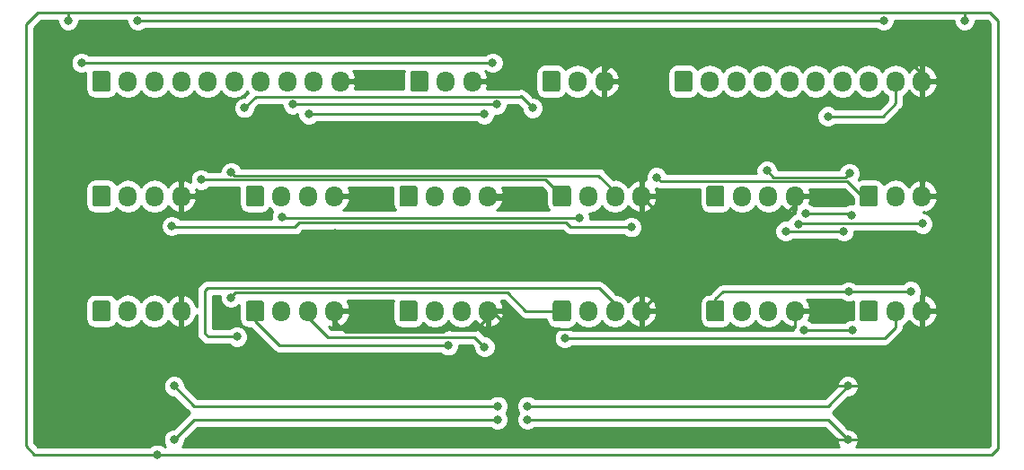
<source format=gbr>
G04 #@! TF.GenerationSoftware,KiCad,Pcbnew,(5.0.1)-3*
G04 #@! TF.CreationDate,2020-04-19T15:50:41-04:00*
G04 #@! TF.ProjectId,frontPanel_100mm,66726F6E7450616E656C5F3130306D6D,rev?*
G04 #@! TF.SameCoordinates,Original*
G04 #@! TF.FileFunction,Copper,L1,Top,Signal*
G04 #@! TF.FilePolarity,Positive*
%FSLAX46Y46*%
G04 Gerber Fmt 4.6, Leading zero omitted, Abs format (unit mm)*
G04 Created by KiCad (PCBNEW (5.0.1)-3) date 4/19/2020 3:50:41 PM*
%MOMM*%
%LPD*%
G01*
G04 APERTURE LIST*
G04 #@! TA.AperFunction,Conductor*
%ADD10C,0.100000*%
G04 #@! TD*
G04 #@! TA.AperFunction,ComponentPad*
%ADD11C,1.700000*%
G04 #@! TD*
G04 #@! TA.AperFunction,ComponentPad*
%ADD12O,1.700000X1.950000*%
G04 #@! TD*
G04 #@! TA.AperFunction,ViaPad*
%ADD13C,0.800000*%
G04 #@! TD*
G04 #@! TA.AperFunction,Conductor*
%ADD14C,0.250000*%
G04 #@! TD*
G04 #@! TA.AperFunction,Conductor*
%ADD15C,0.254000*%
G04 #@! TD*
G04 APERTURE END LIST*
D10*
G04 #@! TO.N,Net-(J3-Pad1)*
G04 #@! TO.C,J3*
G36*
X108774504Y-56176204D02*
X108798773Y-56179804D01*
X108822571Y-56185765D01*
X108845671Y-56194030D01*
X108867849Y-56204520D01*
X108888893Y-56217133D01*
X108908598Y-56231747D01*
X108926777Y-56248223D01*
X108943253Y-56266402D01*
X108957867Y-56286107D01*
X108970480Y-56307151D01*
X108980970Y-56329329D01*
X108989235Y-56352429D01*
X108995196Y-56376227D01*
X108998796Y-56400496D01*
X109000000Y-56425000D01*
X109000000Y-57875000D01*
X108998796Y-57899504D01*
X108995196Y-57923773D01*
X108989235Y-57947571D01*
X108980970Y-57970671D01*
X108970480Y-57992849D01*
X108957867Y-58013893D01*
X108943253Y-58033598D01*
X108926777Y-58051777D01*
X108908598Y-58068253D01*
X108888893Y-58082867D01*
X108867849Y-58095480D01*
X108845671Y-58105970D01*
X108822571Y-58114235D01*
X108798773Y-58120196D01*
X108774504Y-58123796D01*
X108750000Y-58125000D01*
X107550000Y-58125000D01*
X107525496Y-58123796D01*
X107501227Y-58120196D01*
X107477429Y-58114235D01*
X107454329Y-58105970D01*
X107432151Y-58095480D01*
X107411107Y-58082867D01*
X107391402Y-58068253D01*
X107373223Y-58051777D01*
X107356747Y-58033598D01*
X107342133Y-58013893D01*
X107329520Y-57992849D01*
X107319030Y-57970671D01*
X107310765Y-57947571D01*
X107304804Y-57923773D01*
X107301204Y-57899504D01*
X107300000Y-57875000D01*
X107300000Y-56425000D01*
X107301204Y-56400496D01*
X107304804Y-56376227D01*
X107310765Y-56352429D01*
X107319030Y-56329329D01*
X107329520Y-56307151D01*
X107342133Y-56286107D01*
X107356747Y-56266402D01*
X107373223Y-56248223D01*
X107391402Y-56231747D01*
X107411107Y-56217133D01*
X107432151Y-56204520D01*
X107454329Y-56194030D01*
X107477429Y-56185765D01*
X107501227Y-56179804D01*
X107525496Y-56176204D01*
X107550000Y-56175000D01*
X108750000Y-56175000D01*
X108774504Y-56176204D01*
X108774504Y-56176204D01*
G37*
D11*
G04 #@! TD*
G04 #@! TO.P,J3,1*
G04 #@! TO.N,Net-(J3-Pad1)*
X108150000Y-57150000D03*
D12*
G04 #@! TO.P,J3,2*
G04 #@! TO.N,/PB1*
X110650000Y-57150000D03*
G04 #@! TO.P,J3,3*
G04 #@! TO.N,/PB2*
X113150000Y-57150000D03*
G04 #@! TO.P,J3,4*
G04 #@! TO.N,/PB3*
X115650000Y-57150000D03*
G04 #@! TO.P,J3,5*
G04 #@! TO.N,/PB4*
X118150000Y-57150000D03*
G04 #@! TO.P,J3,6*
G04 #@! TO.N,/PB5*
X120650000Y-57150000D03*
G04 #@! TO.P,J3,7*
G04 #@! TO.N,/PB6*
X123150000Y-57150000D03*
G04 #@! TO.P,J3,8*
G04 #@! TO.N,/PB7*
X125650000Y-57150000D03*
G04 #@! TO.P,J3,9*
G04 #@! TO.N,/PB8*
X128150000Y-57150000D03*
G04 #@! TO.P,J3,10*
G04 #@! TO.N,GND*
X130650000Y-57150000D03*
G04 #@! TD*
G04 #@! TO.P,J2,10*
G04 #@! TO.N,GND*
X185480000Y-57150000D03*
G04 #@! TO.P,J2,9*
G04 #@! TO.N,/PA8*
X182980000Y-57150000D03*
G04 #@! TO.P,J2,8*
G04 #@! TO.N,/PA7*
X180480000Y-57150000D03*
G04 #@! TO.P,J2,7*
G04 #@! TO.N,/PA6*
X177980000Y-57150000D03*
G04 #@! TO.P,J2,6*
G04 #@! TO.N,/PA5*
X175480000Y-57150000D03*
G04 #@! TO.P,J2,5*
G04 #@! TO.N,/PA4*
X172980000Y-57150000D03*
G04 #@! TO.P,J2,4*
G04 #@! TO.N,/PA3*
X170480000Y-57150000D03*
G04 #@! TO.P,J2,3*
G04 #@! TO.N,/PA2*
X167980000Y-57150000D03*
G04 #@! TO.P,J2,2*
G04 #@! TO.N,/PA1*
X165480000Y-57150000D03*
D10*
G04 #@! TD*
G04 #@! TO.N,Net-(J2-Pad1)*
G04 #@! TO.C,J2*
G36*
X163604504Y-56176204D02*
X163628773Y-56179804D01*
X163652571Y-56185765D01*
X163675671Y-56194030D01*
X163697849Y-56204520D01*
X163718893Y-56217133D01*
X163738598Y-56231747D01*
X163756777Y-56248223D01*
X163773253Y-56266402D01*
X163787867Y-56286107D01*
X163800480Y-56307151D01*
X163810970Y-56329329D01*
X163819235Y-56352429D01*
X163825196Y-56376227D01*
X163828796Y-56400496D01*
X163830000Y-56425000D01*
X163830000Y-57875000D01*
X163828796Y-57899504D01*
X163825196Y-57923773D01*
X163819235Y-57947571D01*
X163810970Y-57970671D01*
X163800480Y-57992849D01*
X163787867Y-58013893D01*
X163773253Y-58033598D01*
X163756777Y-58051777D01*
X163738598Y-58068253D01*
X163718893Y-58082867D01*
X163697849Y-58095480D01*
X163675671Y-58105970D01*
X163652571Y-58114235D01*
X163628773Y-58120196D01*
X163604504Y-58123796D01*
X163580000Y-58125000D01*
X162380000Y-58125000D01*
X162355496Y-58123796D01*
X162331227Y-58120196D01*
X162307429Y-58114235D01*
X162284329Y-58105970D01*
X162262151Y-58095480D01*
X162241107Y-58082867D01*
X162221402Y-58068253D01*
X162203223Y-58051777D01*
X162186747Y-58033598D01*
X162172133Y-58013893D01*
X162159520Y-57992849D01*
X162149030Y-57970671D01*
X162140765Y-57947571D01*
X162134804Y-57923773D01*
X162131204Y-57899504D01*
X162130000Y-57875000D01*
X162130000Y-56425000D01*
X162131204Y-56400496D01*
X162134804Y-56376227D01*
X162140765Y-56352429D01*
X162149030Y-56329329D01*
X162159520Y-56307151D01*
X162172133Y-56286107D01*
X162186747Y-56266402D01*
X162203223Y-56248223D01*
X162221402Y-56231747D01*
X162241107Y-56217133D01*
X162262151Y-56204520D01*
X162284329Y-56194030D01*
X162307429Y-56185765D01*
X162331227Y-56179804D01*
X162355496Y-56176204D01*
X162380000Y-56175000D01*
X163580000Y-56175000D01*
X163604504Y-56176204D01*
X163604504Y-56176204D01*
G37*
D11*
G04 #@! TO.P,J2,1*
G04 #@! TO.N,Net-(J2-Pad1)*
X162980000Y-57150000D03*
G04 #@! TD*
D10*
G04 #@! TO.N,/AOUT1*
G04 #@! TO.C,J4*
G36*
X152172504Y-77866204D02*
X152196773Y-77869804D01*
X152220571Y-77875765D01*
X152243671Y-77884030D01*
X152265849Y-77894520D01*
X152286893Y-77907133D01*
X152306598Y-77921747D01*
X152324777Y-77938223D01*
X152341253Y-77956402D01*
X152355867Y-77976107D01*
X152368480Y-77997151D01*
X152378970Y-78019329D01*
X152387235Y-78042429D01*
X152393196Y-78066227D01*
X152396796Y-78090496D01*
X152398000Y-78115000D01*
X152398000Y-79565000D01*
X152396796Y-79589504D01*
X152393196Y-79613773D01*
X152387235Y-79637571D01*
X152378970Y-79660671D01*
X152368480Y-79682849D01*
X152355867Y-79703893D01*
X152341253Y-79723598D01*
X152324777Y-79741777D01*
X152306598Y-79758253D01*
X152286893Y-79772867D01*
X152265849Y-79785480D01*
X152243671Y-79795970D01*
X152220571Y-79804235D01*
X152196773Y-79810196D01*
X152172504Y-79813796D01*
X152148000Y-79815000D01*
X150948000Y-79815000D01*
X150923496Y-79813796D01*
X150899227Y-79810196D01*
X150875429Y-79804235D01*
X150852329Y-79795970D01*
X150830151Y-79785480D01*
X150809107Y-79772867D01*
X150789402Y-79758253D01*
X150771223Y-79741777D01*
X150754747Y-79723598D01*
X150740133Y-79703893D01*
X150727520Y-79682849D01*
X150717030Y-79660671D01*
X150708765Y-79637571D01*
X150702804Y-79613773D01*
X150699204Y-79589504D01*
X150698000Y-79565000D01*
X150698000Y-78115000D01*
X150699204Y-78090496D01*
X150702804Y-78066227D01*
X150708765Y-78042429D01*
X150717030Y-78019329D01*
X150727520Y-77997151D01*
X150740133Y-77976107D01*
X150754747Y-77956402D01*
X150771223Y-77938223D01*
X150789402Y-77921747D01*
X150809107Y-77907133D01*
X150830151Y-77894520D01*
X150852329Y-77884030D01*
X150875429Y-77875765D01*
X150899227Y-77869804D01*
X150923496Y-77866204D01*
X150948000Y-77865000D01*
X152148000Y-77865000D01*
X152172504Y-77866204D01*
X152172504Y-77866204D01*
G37*
D11*
G04 #@! TD*
G04 #@! TO.P,J4,1*
G04 #@! TO.N,/AOUT1*
X151548000Y-78840000D03*
D12*
G04 #@! TO.P,J4,2*
G04 #@! TO.N,/AOUT2*
X154048000Y-78840000D03*
G04 #@! TO.P,J4,3*
G04 #@! TO.N,/AOUT3*
X156548000Y-78840000D03*
G04 #@! TO.P,J4,4*
G04 #@! TO.N,GND*
X159048000Y-78840000D03*
G04 #@! TD*
G04 #@! TO.P,J5,4*
G04 #@! TO.N,GND*
X144582000Y-78840000D03*
G04 #@! TO.P,J5,3*
G04 #@! TO.N,/PWM3*
X142082000Y-78840000D03*
G04 #@! TO.P,J5,2*
G04 #@! TO.N,/PWM2*
X139582000Y-78840000D03*
D10*
G04 #@! TD*
G04 #@! TO.N,/PWM1*
G04 #@! TO.C,J5*
G36*
X137706504Y-77866204D02*
X137730773Y-77869804D01*
X137754571Y-77875765D01*
X137777671Y-77884030D01*
X137799849Y-77894520D01*
X137820893Y-77907133D01*
X137840598Y-77921747D01*
X137858777Y-77938223D01*
X137875253Y-77956402D01*
X137889867Y-77976107D01*
X137902480Y-77997151D01*
X137912970Y-78019329D01*
X137921235Y-78042429D01*
X137927196Y-78066227D01*
X137930796Y-78090496D01*
X137932000Y-78115000D01*
X137932000Y-79565000D01*
X137930796Y-79589504D01*
X137927196Y-79613773D01*
X137921235Y-79637571D01*
X137912970Y-79660671D01*
X137902480Y-79682849D01*
X137889867Y-79703893D01*
X137875253Y-79723598D01*
X137858777Y-79741777D01*
X137840598Y-79758253D01*
X137820893Y-79772867D01*
X137799849Y-79785480D01*
X137777671Y-79795970D01*
X137754571Y-79804235D01*
X137730773Y-79810196D01*
X137706504Y-79813796D01*
X137682000Y-79815000D01*
X136482000Y-79815000D01*
X136457496Y-79813796D01*
X136433227Y-79810196D01*
X136409429Y-79804235D01*
X136386329Y-79795970D01*
X136364151Y-79785480D01*
X136343107Y-79772867D01*
X136323402Y-79758253D01*
X136305223Y-79741777D01*
X136288747Y-79723598D01*
X136274133Y-79703893D01*
X136261520Y-79682849D01*
X136251030Y-79660671D01*
X136242765Y-79637571D01*
X136236804Y-79613773D01*
X136233204Y-79589504D01*
X136232000Y-79565000D01*
X136232000Y-78115000D01*
X136233204Y-78090496D01*
X136236804Y-78066227D01*
X136242765Y-78042429D01*
X136251030Y-78019329D01*
X136261520Y-77997151D01*
X136274133Y-77976107D01*
X136288747Y-77956402D01*
X136305223Y-77938223D01*
X136323402Y-77921747D01*
X136343107Y-77907133D01*
X136364151Y-77894520D01*
X136386329Y-77884030D01*
X136409429Y-77875765D01*
X136433227Y-77869804D01*
X136457496Y-77866204D01*
X136482000Y-77865000D01*
X137682000Y-77865000D01*
X137706504Y-77866204D01*
X137706504Y-77866204D01*
G37*
D11*
G04 #@! TO.P,J5,1*
G04 #@! TO.N,/PWM1*
X137082000Y-78840000D03*
G04 #@! TD*
D10*
G04 #@! TO.N,/AV+*
G04 #@! TO.C,J6*
G36*
X123240504Y-77866204D02*
X123264773Y-77869804D01*
X123288571Y-77875765D01*
X123311671Y-77884030D01*
X123333849Y-77894520D01*
X123354893Y-77907133D01*
X123374598Y-77921747D01*
X123392777Y-77938223D01*
X123409253Y-77956402D01*
X123423867Y-77976107D01*
X123436480Y-77997151D01*
X123446970Y-78019329D01*
X123455235Y-78042429D01*
X123461196Y-78066227D01*
X123464796Y-78090496D01*
X123466000Y-78115000D01*
X123466000Y-79565000D01*
X123464796Y-79589504D01*
X123461196Y-79613773D01*
X123455235Y-79637571D01*
X123446970Y-79660671D01*
X123436480Y-79682849D01*
X123423867Y-79703893D01*
X123409253Y-79723598D01*
X123392777Y-79741777D01*
X123374598Y-79758253D01*
X123354893Y-79772867D01*
X123333849Y-79785480D01*
X123311671Y-79795970D01*
X123288571Y-79804235D01*
X123264773Y-79810196D01*
X123240504Y-79813796D01*
X123216000Y-79815000D01*
X122016000Y-79815000D01*
X121991496Y-79813796D01*
X121967227Y-79810196D01*
X121943429Y-79804235D01*
X121920329Y-79795970D01*
X121898151Y-79785480D01*
X121877107Y-79772867D01*
X121857402Y-79758253D01*
X121839223Y-79741777D01*
X121822747Y-79723598D01*
X121808133Y-79703893D01*
X121795520Y-79682849D01*
X121785030Y-79660671D01*
X121776765Y-79637571D01*
X121770804Y-79613773D01*
X121767204Y-79589504D01*
X121766000Y-79565000D01*
X121766000Y-78115000D01*
X121767204Y-78090496D01*
X121770804Y-78066227D01*
X121776765Y-78042429D01*
X121785030Y-78019329D01*
X121795520Y-77997151D01*
X121808133Y-77976107D01*
X121822747Y-77956402D01*
X121839223Y-77938223D01*
X121857402Y-77921747D01*
X121877107Y-77907133D01*
X121898151Y-77894520D01*
X121920329Y-77884030D01*
X121943429Y-77875765D01*
X121967227Y-77869804D01*
X121991496Y-77866204D01*
X122016000Y-77865000D01*
X123216000Y-77865000D01*
X123240504Y-77866204D01*
X123240504Y-77866204D01*
G37*
D11*
G04 #@! TD*
G04 #@! TO.P,J6,1*
G04 #@! TO.N,/AV+*
X122616000Y-78840000D03*
D12*
G04 #@! TO.P,J6,2*
G04 #@! TO.N,/AIN1*
X125116000Y-78840000D03*
G04 #@! TO.P,J6,3*
G04 #@! TO.N,/AIN2*
X127616000Y-78840000D03*
G04 #@! TO.P,J6,4*
G04 #@! TO.N,GND*
X130116000Y-78840000D03*
G04 #@! TD*
G04 #@! TO.P,J7,4*
G04 #@! TO.N,GND*
X173514000Y-67995000D03*
G04 #@! TO.P,J7,3*
G04 #@! TO.N,Net-(J7-Pad3)*
X171014000Y-67995000D03*
G04 #@! TO.P,J7,2*
G04 #@! TO.N,/ATO1*
X168514000Y-67995000D03*
D10*
G04 #@! TD*
G04 #@! TO.N,/5v*
G04 #@! TO.C,J7*
G36*
X166638504Y-67021204D02*
X166662773Y-67024804D01*
X166686571Y-67030765D01*
X166709671Y-67039030D01*
X166731849Y-67049520D01*
X166752893Y-67062133D01*
X166772598Y-67076747D01*
X166790777Y-67093223D01*
X166807253Y-67111402D01*
X166821867Y-67131107D01*
X166834480Y-67152151D01*
X166844970Y-67174329D01*
X166853235Y-67197429D01*
X166859196Y-67221227D01*
X166862796Y-67245496D01*
X166864000Y-67270000D01*
X166864000Y-68720000D01*
X166862796Y-68744504D01*
X166859196Y-68768773D01*
X166853235Y-68792571D01*
X166844970Y-68815671D01*
X166834480Y-68837849D01*
X166821867Y-68858893D01*
X166807253Y-68878598D01*
X166790777Y-68896777D01*
X166772598Y-68913253D01*
X166752893Y-68927867D01*
X166731849Y-68940480D01*
X166709671Y-68950970D01*
X166686571Y-68959235D01*
X166662773Y-68965196D01*
X166638504Y-68968796D01*
X166614000Y-68970000D01*
X165414000Y-68970000D01*
X165389496Y-68968796D01*
X165365227Y-68965196D01*
X165341429Y-68959235D01*
X165318329Y-68950970D01*
X165296151Y-68940480D01*
X165275107Y-68927867D01*
X165255402Y-68913253D01*
X165237223Y-68896777D01*
X165220747Y-68878598D01*
X165206133Y-68858893D01*
X165193520Y-68837849D01*
X165183030Y-68815671D01*
X165174765Y-68792571D01*
X165168804Y-68768773D01*
X165165204Y-68744504D01*
X165164000Y-68720000D01*
X165164000Y-67270000D01*
X165165204Y-67245496D01*
X165168804Y-67221227D01*
X165174765Y-67197429D01*
X165183030Y-67174329D01*
X165193520Y-67152151D01*
X165206133Y-67131107D01*
X165220747Y-67111402D01*
X165237223Y-67093223D01*
X165255402Y-67076747D01*
X165275107Y-67062133D01*
X165296151Y-67049520D01*
X165318329Y-67039030D01*
X165341429Y-67030765D01*
X165365227Y-67024804D01*
X165389496Y-67021204D01*
X165414000Y-67020000D01*
X166614000Y-67020000D01*
X166638504Y-67021204D01*
X166638504Y-67021204D01*
G37*
D11*
G04 #@! TO.P,J7,1*
G04 #@! TO.N,/5v*
X166014000Y-67995000D03*
G04 #@! TD*
D10*
G04 #@! TO.N,/AOUT4*
G04 #@! TO.C,J8*
G36*
X152172504Y-67021204D02*
X152196773Y-67024804D01*
X152220571Y-67030765D01*
X152243671Y-67039030D01*
X152265849Y-67049520D01*
X152286893Y-67062133D01*
X152306598Y-67076747D01*
X152324777Y-67093223D01*
X152341253Y-67111402D01*
X152355867Y-67131107D01*
X152368480Y-67152151D01*
X152378970Y-67174329D01*
X152387235Y-67197429D01*
X152393196Y-67221227D01*
X152396796Y-67245496D01*
X152398000Y-67270000D01*
X152398000Y-68720000D01*
X152396796Y-68744504D01*
X152393196Y-68768773D01*
X152387235Y-68792571D01*
X152378970Y-68815671D01*
X152368480Y-68837849D01*
X152355867Y-68858893D01*
X152341253Y-68878598D01*
X152324777Y-68896777D01*
X152306598Y-68913253D01*
X152286893Y-68927867D01*
X152265849Y-68940480D01*
X152243671Y-68950970D01*
X152220571Y-68959235D01*
X152196773Y-68965196D01*
X152172504Y-68968796D01*
X152148000Y-68970000D01*
X150948000Y-68970000D01*
X150923496Y-68968796D01*
X150899227Y-68965196D01*
X150875429Y-68959235D01*
X150852329Y-68950970D01*
X150830151Y-68940480D01*
X150809107Y-68927867D01*
X150789402Y-68913253D01*
X150771223Y-68896777D01*
X150754747Y-68878598D01*
X150740133Y-68858893D01*
X150727520Y-68837849D01*
X150717030Y-68815671D01*
X150708765Y-68792571D01*
X150702804Y-68768773D01*
X150699204Y-68744504D01*
X150698000Y-68720000D01*
X150698000Y-67270000D01*
X150699204Y-67245496D01*
X150702804Y-67221227D01*
X150708765Y-67197429D01*
X150717030Y-67174329D01*
X150727520Y-67152151D01*
X150740133Y-67131107D01*
X150754747Y-67111402D01*
X150771223Y-67093223D01*
X150789402Y-67076747D01*
X150809107Y-67062133D01*
X150830151Y-67049520D01*
X150852329Y-67039030D01*
X150875429Y-67030765D01*
X150899227Y-67024804D01*
X150923496Y-67021204D01*
X150948000Y-67020000D01*
X152148000Y-67020000D01*
X152172504Y-67021204D01*
X152172504Y-67021204D01*
G37*
D11*
G04 #@! TD*
G04 #@! TO.P,J8,1*
G04 #@! TO.N,/AOUT4*
X151548000Y-67995000D03*
D12*
G04 #@! TO.P,J8,2*
G04 #@! TO.N,/AOUT5*
X154048000Y-67995000D03*
G04 #@! TO.P,J8,3*
G04 #@! TO.N,/AOUT6*
X156548000Y-67995000D03*
G04 #@! TO.P,J8,4*
G04 #@! TO.N,GND*
X159048000Y-67995000D03*
G04 #@! TD*
G04 #@! TO.P,J9,4*
G04 #@! TO.N,GND*
X144582000Y-67995000D03*
G04 #@! TO.P,J9,3*
G04 #@! TO.N,/PWM6*
X142082000Y-67995000D03*
G04 #@! TO.P,J9,2*
G04 #@! TO.N,/PWM5*
X139582000Y-67995000D03*
D10*
G04 #@! TD*
G04 #@! TO.N,/PWM4*
G04 #@! TO.C,J9*
G36*
X137706504Y-67021204D02*
X137730773Y-67024804D01*
X137754571Y-67030765D01*
X137777671Y-67039030D01*
X137799849Y-67049520D01*
X137820893Y-67062133D01*
X137840598Y-67076747D01*
X137858777Y-67093223D01*
X137875253Y-67111402D01*
X137889867Y-67131107D01*
X137902480Y-67152151D01*
X137912970Y-67174329D01*
X137921235Y-67197429D01*
X137927196Y-67221227D01*
X137930796Y-67245496D01*
X137932000Y-67270000D01*
X137932000Y-68720000D01*
X137930796Y-68744504D01*
X137927196Y-68768773D01*
X137921235Y-68792571D01*
X137912970Y-68815671D01*
X137902480Y-68837849D01*
X137889867Y-68858893D01*
X137875253Y-68878598D01*
X137858777Y-68896777D01*
X137840598Y-68913253D01*
X137820893Y-68927867D01*
X137799849Y-68940480D01*
X137777671Y-68950970D01*
X137754571Y-68959235D01*
X137730773Y-68965196D01*
X137706504Y-68968796D01*
X137682000Y-68970000D01*
X136482000Y-68970000D01*
X136457496Y-68968796D01*
X136433227Y-68965196D01*
X136409429Y-68959235D01*
X136386329Y-68950970D01*
X136364151Y-68940480D01*
X136343107Y-68927867D01*
X136323402Y-68913253D01*
X136305223Y-68896777D01*
X136288747Y-68878598D01*
X136274133Y-68858893D01*
X136261520Y-68837849D01*
X136251030Y-68815671D01*
X136242765Y-68792571D01*
X136236804Y-68768773D01*
X136233204Y-68744504D01*
X136232000Y-68720000D01*
X136232000Y-67270000D01*
X136233204Y-67245496D01*
X136236804Y-67221227D01*
X136242765Y-67197429D01*
X136251030Y-67174329D01*
X136261520Y-67152151D01*
X136274133Y-67131107D01*
X136288747Y-67111402D01*
X136305223Y-67093223D01*
X136323402Y-67076747D01*
X136343107Y-67062133D01*
X136364151Y-67049520D01*
X136386329Y-67039030D01*
X136409429Y-67030765D01*
X136433227Y-67024804D01*
X136457496Y-67021204D01*
X136482000Y-67020000D01*
X137682000Y-67020000D01*
X137706504Y-67021204D01*
X137706504Y-67021204D01*
G37*
D11*
G04 #@! TO.P,J9,1*
G04 #@! TO.N,/PWM4*
X137082000Y-67995000D03*
G04 #@! TD*
D10*
G04 #@! TO.N,/AV+*
G04 #@! TO.C,J10*
G36*
X123240504Y-67021204D02*
X123264773Y-67024804D01*
X123288571Y-67030765D01*
X123311671Y-67039030D01*
X123333849Y-67049520D01*
X123354893Y-67062133D01*
X123374598Y-67076747D01*
X123392777Y-67093223D01*
X123409253Y-67111402D01*
X123423867Y-67131107D01*
X123436480Y-67152151D01*
X123446970Y-67174329D01*
X123455235Y-67197429D01*
X123461196Y-67221227D01*
X123464796Y-67245496D01*
X123466000Y-67270000D01*
X123466000Y-68720000D01*
X123464796Y-68744504D01*
X123461196Y-68768773D01*
X123455235Y-68792571D01*
X123446970Y-68815671D01*
X123436480Y-68837849D01*
X123423867Y-68858893D01*
X123409253Y-68878598D01*
X123392777Y-68896777D01*
X123374598Y-68913253D01*
X123354893Y-68927867D01*
X123333849Y-68940480D01*
X123311671Y-68950970D01*
X123288571Y-68959235D01*
X123264773Y-68965196D01*
X123240504Y-68968796D01*
X123216000Y-68970000D01*
X122016000Y-68970000D01*
X121991496Y-68968796D01*
X121967227Y-68965196D01*
X121943429Y-68959235D01*
X121920329Y-68950970D01*
X121898151Y-68940480D01*
X121877107Y-68927867D01*
X121857402Y-68913253D01*
X121839223Y-68896777D01*
X121822747Y-68878598D01*
X121808133Y-68858893D01*
X121795520Y-68837849D01*
X121785030Y-68815671D01*
X121776765Y-68792571D01*
X121770804Y-68768773D01*
X121767204Y-68744504D01*
X121766000Y-68720000D01*
X121766000Y-67270000D01*
X121767204Y-67245496D01*
X121770804Y-67221227D01*
X121776765Y-67197429D01*
X121785030Y-67174329D01*
X121795520Y-67152151D01*
X121808133Y-67131107D01*
X121822747Y-67111402D01*
X121839223Y-67093223D01*
X121857402Y-67076747D01*
X121877107Y-67062133D01*
X121898151Y-67049520D01*
X121920329Y-67039030D01*
X121943429Y-67030765D01*
X121967227Y-67024804D01*
X121991496Y-67021204D01*
X122016000Y-67020000D01*
X123216000Y-67020000D01*
X123240504Y-67021204D01*
X123240504Y-67021204D01*
G37*
D11*
G04 #@! TD*
G04 #@! TO.P,J10,1*
G04 #@! TO.N,/AV+*
X122616000Y-67995000D03*
D12*
G04 #@! TO.P,J10,2*
G04 #@! TO.N,/AIN3*
X125116000Y-67995000D03*
G04 #@! TO.P,J10,3*
G04 #@! TO.N,/AIN4*
X127616000Y-67995000D03*
G04 #@! TO.P,J10,4*
G04 #@! TO.N,GND*
X130116000Y-67995000D03*
G04 #@! TD*
G04 #@! TO.P,J11,4*
G04 #@! TO.N,GND*
X173514000Y-78840000D03*
G04 #@! TO.P,J11,3*
G04 #@! TO.N,Net-(J11-Pad3)*
X171014000Y-78840000D03*
G04 #@! TO.P,J11,2*
G04 #@! TO.N,/ATO2*
X168514000Y-78840000D03*
D10*
G04 #@! TD*
G04 #@! TO.N,/5v*
G04 #@! TO.C,J11*
G36*
X166638504Y-77866204D02*
X166662773Y-77869804D01*
X166686571Y-77875765D01*
X166709671Y-77884030D01*
X166731849Y-77894520D01*
X166752893Y-77907133D01*
X166772598Y-77921747D01*
X166790777Y-77938223D01*
X166807253Y-77956402D01*
X166821867Y-77976107D01*
X166834480Y-77997151D01*
X166844970Y-78019329D01*
X166853235Y-78042429D01*
X166859196Y-78066227D01*
X166862796Y-78090496D01*
X166864000Y-78115000D01*
X166864000Y-79565000D01*
X166862796Y-79589504D01*
X166859196Y-79613773D01*
X166853235Y-79637571D01*
X166844970Y-79660671D01*
X166834480Y-79682849D01*
X166821867Y-79703893D01*
X166807253Y-79723598D01*
X166790777Y-79741777D01*
X166772598Y-79758253D01*
X166752893Y-79772867D01*
X166731849Y-79785480D01*
X166709671Y-79795970D01*
X166686571Y-79804235D01*
X166662773Y-79810196D01*
X166638504Y-79813796D01*
X166614000Y-79815000D01*
X165414000Y-79815000D01*
X165389496Y-79813796D01*
X165365227Y-79810196D01*
X165341429Y-79804235D01*
X165318329Y-79795970D01*
X165296151Y-79785480D01*
X165275107Y-79772867D01*
X165255402Y-79758253D01*
X165237223Y-79741777D01*
X165220747Y-79723598D01*
X165206133Y-79703893D01*
X165193520Y-79682849D01*
X165183030Y-79660671D01*
X165174765Y-79637571D01*
X165168804Y-79613773D01*
X165165204Y-79589504D01*
X165164000Y-79565000D01*
X165164000Y-78115000D01*
X165165204Y-78090496D01*
X165168804Y-78066227D01*
X165174765Y-78042429D01*
X165183030Y-78019329D01*
X165193520Y-77997151D01*
X165206133Y-77976107D01*
X165220747Y-77956402D01*
X165237223Y-77938223D01*
X165255402Y-77921747D01*
X165275107Y-77907133D01*
X165296151Y-77894520D01*
X165318329Y-77884030D01*
X165341429Y-77875765D01*
X165365227Y-77869804D01*
X165389496Y-77866204D01*
X165414000Y-77865000D01*
X166614000Y-77865000D01*
X166638504Y-77866204D01*
X166638504Y-77866204D01*
G37*
D11*
G04 #@! TO.P,J11,1*
G04 #@! TO.N,/5v*
X166014000Y-78840000D03*
G04 #@! TD*
D10*
G04 #@! TO.N,/5v*
G04 #@! TO.C,J14*
G36*
X108774504Y-77866204D02*
X108798773Y-77869804D01*
X108822571Y-77875765D01*
X108845671Y-77884030D01*
X108867849Y-77894520D01*
X108888893Y-77907133D01*
X108908598Y-77921747D01*
X108926777Y-77938223D01*
X108943253Y-77956402D01*
X108957867Y-77976107D01*
X108970480Y-77997151D01*
X108980970Y-78019329D01*
X108989235Y-78042429D01*
X108995196Y-78066227D01*
X108998796Y-78090496D01*
X109000000Y-78115000D01*
X109000000Y-79565000D01*
X108998796Y-79589504D01*
X108995196Y-79613773D01*
X108989235Y-79637571D01*
X108980970Y-79660671D01*
X108970480Y-79682849D01*
X108957867Y-79703893D01*
X108943253Y-79723598D01*
X108926777Y-79741777D01*
X108908598Y-79758253D01*
X108888893Y-79772867D01*
X108867849Y-79785480D01*
X108845671Y-79795970D01*
X108822571Y-79804235D01*
X108798773Y-79810196D01*
X108774504Y-79813796D01*
X108750000Y-79815000D01*
X107550000Y-79815000D01*
X107525496Y-79813796D01*
X107501227Y-79810196D01*
X107477429Y-79804235D01*
X107454329Y-79795970D01*
X107432151Y-79785480D01*
X107411107Y-79772867D01*
X107391402Y-79758253D01*
X107373223Y-79741777D01*
X107356747Y-79723598D01*
X107342133Y-79703893D01*
X107329520Y-79682849D01*
X107319030Y-79660671D01*
X107310765Y-79637571D01*
X107304804Y-79613773D01*
X107301204Y-79589504D01*
X107300000Y-79565000D01*
X107300000Y-78115000D01*
X107301204Y-78090496D01*
X107304804Y-78066227D01*
X107310765Y-78042429D01*
X107319030Y-78019329D01*
X107329520Y-77997151D01*
X107342133Y-77976107D01*
X107356747Y-77956402D01*
X107373223Y-77938223D01*
X107391402Y-77921747D01*
X107411107Y-77907133D01*
X107432151Y-77894520D01*
X107454329Y-77884030D01*
X107477429Y-77875765D01*
X107501227Y-77869804D01*
X107525496Y-77866204D01*
X107550000Y-77865000D01*
X108750000Y-77865000D01*
X108774504Y-77866204D01*
X108774504Y-77866204D01*
G37*
D11*
G04 #@! TD*
G04 #@! TO.P,J14,1*
G04 #@! TO.N,/5v*
X108150000Y-78840000D03*
D12*
G04 #@! TO.P,J14,2*
G04 #@! TO.N,/SCL*
X110650000Y-78840000D03*
G04 #@! TO.P,J14,3*
G04 #@! TO.N,/SDA*
X113150000Y-78840000D03*
G04 #@! TO.P,J14,4*
G04 #@! TO.N,GND*
X115650000Y-78840000D03*
G04 #@! TD*
G04 #@! TO.P,J16,4*
G04 #@! TO.N,GND*
X115650000Y-67995000D03*
G04 #@! TO.P,J16,3*
G04 #@! TO.N,/SDA*
X113150000Y-67995000D03*
G04 #@! TO.P,J16,2*
G04 #@! TO.N,/SCL*
X110650000Y-67995000D03*
D10*
G04 #@! TD*
G04 #@! TO.N,/5v*
G04 #@! TO.C,J16*
G36*
X108774504Y-67021204D02*
X108798773Y-67024804D01*
X108822571Y-67030765D01*
X108845671Y-67039030D01*
X108867849Y-67049520D01*
X108888893Y-67062133D01*
X108908598Y-67076747D01*
X108926777Y-67093223D01*
X108943253Y-67111402D01*
X108957867Y-67131107D01*
X108970480Y-67152151D01*
X108980970Y-67174329D01*
X108989235Y-67197429D01*
X108995196Y-67221227D01*
X108998796Y-67245496D01*
X109000000Y-67270000D01*
X109000000Y-68720000D01*
X108998796Y-68744504D01*
X108995196Y-68768773D01*
X108989235Y-68792571D01*
X108980970Y-68815671D01*
X108970480Y-68837849D01*
X108957867Y-68858893D01*
X108943253Y-68878598D01*
X108926777Y-68896777D01*
X108908598Y-68913253D01*
X108888893Y-68927867D01*
X108867849Y-68940480D01*
X108845671Y-68950970D01*
X108822571Y-68959235D01*
X108798773Y-68965196D01*
X108774504Y-68968796D01*
X108750000Y-68970000D01*
X107550000Y-68970000D01*
X107525496Y-68968796D01*
X107501227Y-68965196D01*
X107477429Y-68959235D01*
X107454329Y-68950970D01*
X107432151Y-68940480D01*
X107411107Y-68927867D01*
X107391402Y-68913253D01*
X107373223Y-68896777D01*
X107356747Y-68878598D01*
X107342133Y-68858893D01*
X107329520Y-68837849D01*
X107319030Y-68815671D01*
X107310765Y-68792571D01*
X107304804Y-68768773D01*
X107301204Y-68744504D01*
X107300000Y-68720000D01*
X107300000Y-67270000D01*
X107301204Y-67245496D01*
X107304804Y-67221227D01*
X107310765Y-67197429D01*
X107319030Y-67174329D01*
X107329520Y-67152151D01*
X107342133Y-67131107D01*
X107356747Y-67111402D01*
X107373223Y-67093223D01*
X107391402Y-67076747D01*
X107411107Y-67062133D01*
X107432151Y-67049520D01*
X107454329Y-67039030D01*
X107477429Y-67030765D01*
X107501227Y-67024804D01*
X107525496Y-67021204D01*
X107550000Y-67020000D01*
X108750000Y-67020000D01*
X108774504Y-67021204D01*
X108774504Y-67021204D01*
G37*
D11*
G04 #@! TO.P,J16,1*
G04 #@! TO.N,/5v*
X108150000Y-67995000D03*
G04 #@! TD*
D10*
G04 #@! TO.N,/PWM7*
G04 #@! TO.C,J12*
G36*
X138717837Y-56176204D02*
X138742106Y-56179804D01*
X138765904Y-56185765D01*
X138789004Y-56194030D01*
X138811182Y-56204520D01*
X138832226Y-56217133D01*
X138851931Y-56231747D01*
X138870110Y-56248223D01*
X138886586Y-56266402D01*
X138901200Y-56286107D01*
X138913813Y-56307151D01*
X138924303Y-56329329D01*
X138932568Y-56352429D01*
X138938529Y-56376227D01*
X138942129Y-56400496D01*
X138943333Y-56425000D01*
X138943333Y-57875000D01*
X138942129Y-57899504D01*
X138938529Y-57923773D01*
X138932568Y-57947571D01*
X138924303Y-57970671D01*
X138913813Y-57992849D01*
X138901200Y-58013893D01*
X138886586Y-58033598D01*
X138870110Y-58051777D01*
X138851931Y-58068253D01*
X138832226Y-58082867D01*
X138811182Y-58095480D01*
X138789004Y-58105970D01*
X138765904Y-58114235D01*
X138742106Y-58120196D01*
X138717837Y-58123796D01*
X138693333Y-58125000D01*
X137493333Y-58125000D01*
X137468829Y-58123796D01*
X137444560Y-58120196D01*
X137420762Y-58114235D01*
X137397662Y-58105970D01*
X137375484Y-58095480D01*
X137354440Y-58082867D01*
X137334735Y-58068253D01*
X137316556Y-58051777D01*
X137300080Y-58033598D01*
X137285466Y-58013893D01*
X137272853Y-57992849D01*
X137262363Y-57970671D01*
X137254098Y-57947571D01*
X137248137Y-57923773D01*
X137244537Y-57899504D01*
X137243333Y-57875000D01*
X137243333Y-56425000D01*
X137244537Y-56400496D01*
X137248137Y-56376227D01*
X137254098Y-56352429D01*
X137262363Y-56329329D01*
X137272853Y-56307151D01*
X137285466Y-56286107D01*
X137300080Y-56266402D01*
X137316556Y-56248223D01*
X137334735Y-56231747D01*
X137354440Y-56217133D01*
X137375484Y-56204520D01*
X137397662Y-56194030D01*
X137420762Y-56185765D01*
X137444560Y-56179804D01*
X137468829Y-56176204D01*
X137493333Y-56175000D01*
X138693333Y-56175000D01*
X138717837Y-56176204D01*
X138717837Y-56176204D01*
G37*
D11*
G04 #@! TD*
G04 #@! TO.P,J12,1*
G04 #@! TO.N,/PWM7*
X138093333Y-57150000D03*
D12*
G04 #@! TO.P,J12,2*
G04 #@! TO.N,/PWM8*
X140593333Y-57150000D03*
G04 #@! TO.P,J12,3*
G04 #@! TO.N,GND*
X143093333Y-57150000D03*
G04 #@! TD*
G04 #@! TO.P,J13,3*
G04 #@! TO.N,GND*
X155536666Y-57150000D03*
G04 #@! TO.P,J13,2*
G04 #@! TO.N,/AOUT8*
X153036666Y-57150000D03*
D10*
G04 #@! TD*
G04 #@! TO.N,/AOUT7*
G04 #@! TO.C,J13*
G36*
X151161170Y-56176204D02*
X151185439Y-56179804D01*
X151209237Y-56185765D01*
X151232337Y-56194030D01*
X151254515Y-56204520D01*
X151275559Y-56217133D01*
X151295264Y-56231747D01*
X151313443Y-56248223D01*
X151329919Y-56266402D01*
X151344533Y-56286107D01*
X151357146Y-56307151D01*
X151367636Y-56329329D01*
X151375901Y-56352429D01*
X151381862Y-56376227D01*
X151385462Y-56400496D01*
X151386666Y-56425000D01*
X151386666Y-57875000D01*
X151385462Y-57899504D01*
X151381862Y-57923773D01*
X151375901Y-57947571D01*
X151367636Y-57970671D01*
X151357146Y-57992849D01*
X151344533Y-58013893D01*
X151329919Y-58033598D01*
X151313443Y-58051777D01*
X151295264Y-58068253D01*
X151275559Y-58082867D01*
X151254515Y-58095480D01*
X151232337Y-58105970D01*
X151209237Y-58114235D01*
X151185439Y-58120196D01*
X151161170Y-58123796D01*
X151136666Y-58125000D01*
X149936666Y-58125000D01*
X149912162Y-58123796D01*
X149887893Y-58120196D01*
X149864095Y-58114235D01*
X149840995Y-58105970D01*
X149818817Y-58095480D01*
X149797773Y-58082867D01*
X149778068Y-58068253D01*
X149759889Y-58051777D01*
X149743413Y-58033598D01*
X149728799Y-58013893D01*
X149716186Y-57992849D01*
X149705696Y-57970671D01*
X149697431Y-57947571D01*
X149691470Y-57923773D01*
X149687870Y-57899504D01*
X149686666Y-57875000D01*
X149686666Y-56425000D01*
X149687870Y-56400496D01*
X149691470Y-56376227D01*
X149697431Y-56352429D01*
X149705696Y-56329329D01*
X149716186Y-56307151D01*
X149728799Y-56286107D01*
X149743413Y-56266402D01*
X149759889Y-56248223D01*
X149778068Y-56231747D01*
X149797773Y-56217133D01*
X149818817Y-56204520D01*
X149840995Y-56194030D01*
X149864095Y-56185765D01*
X149887893Y-56179804D01*
X149912162Y-56176204D01*
X149936666Y-56175000D01*
X151136666Y-56175000D01*
X151161170Y-56176204D01*
X151161170Y-56176204D01*
G37*
D11*
G04 #@! TO.P,J13,1*
G04 #@! TO.N,/AOUT7*
X150536666Y-57150000D03*
G04 #@! TD*
D12*
G04 #@! TO.P,J15,3*
G04 #@! TO.N,GND*
X185480000Y-78840000D03*
G04 #@! TO.P,J15,2*
G04 #@! TO.N,/1WIRE*
X182980000Y-78840000D03*
D10*
G04 #@! TD*
G04 #@! TO.N,/3v3*
G04 #@! TO.C,J15*
G36*
X181104504Y-77866204D02*
X181128773Y-77869804D01*
X181152571Y-77875765D01*
X181175671Y-77884030D01*
X181197849Y-77894520D01*
X181218893Y-77907133D01*
X181238598Y-77921747D01*
X181256777Y-77938223D01*
X181273253Y-77956402D01*
X181287867Y-77976107D01*
X181300480Y-77997151D01*
X181310970Y-78019329D01*
X181319235Y-78042429D01*
X181325196Y-78066227D01*
X181328796Y-78090496D01*
X181330000Y-78115000D01*
X181330000Y-79565000D01*
X181328796Y-79589504D01*
X181325196Y-79613773D01*
X181319235Y-79637571D01*
X181310970Y-79660671D01*
X181300480Y-79682849D01*
X181287867Y-79703893D01*
X181273253Y-79723598D01*
X181256777Y-79741777D01*
X181238598Y-79758253D01*
X181218893Y-79772867D01*
X181197849Y-79785480D01*
X181175671Y-79795970D01*
X181152571Y-79804235D01*
X181128773Y-79810196D01*
X181104504Y-79813796D01*
X181080000Y-79815000D01*
X179880000Y-79815000D01*
X179855496Y-79813796D01*
X179831227Y-79810196D01*
X179807429Y-79804235D01*
X179784329Y-79795970D01*
X179762151Y-79785480D01*
X179741107Y-79772867D01*
X179721402Y-79758253D01*
X179703223Y-79741777D01*
X179686747Y-79723598D01*
X179672133Y-79703893D01*
X179659520Y-79682849D01*
X179649030Y-79660671D01*
X179640765Y-79637571D01*
X179634804Y-79613773D01*
X179631204Y-79589504D01*
X179630000Y-79565000D01*
X179630000Y-78115000D01*
X179631204Y-78090496D01*
X179634804Y-78066227D01*
X179640765Y-78042429D01*
X179649030Y-78019329D01*
X179659520Y-77997151D01*
X179672133Y-77976107D01*
X179686747Y-77956402D01*
X179703223Y-77938223D01*
X179721402Y-77921747D01*
X179741107Y-77907133D01*
X179762151Y-77894520D01*
X179784329Y-77884030D01*
X179807429Y-77875765D01*
X179831227Y-77869804D01*
X179855496Y-77866204D01*
X179880000Y-77865000D01*
X181080000Y-77865000D01*
X181104504Y-77866204D01*
X181104504Y-77866204D01*
G37*
D11*
G04 #@! TO.P,J15,1*
G04 #@! TO.N,/3v3*
X180480000Y-78840000D03*
G04 #@! TD*
D10*
G04 #@! TO.N,/3v3*
G04 #@! TO.C,J17*
G36*
X181104504Y-67021204D02*
X181128773Y-67024804D01*
X181152571Y-67030765D01*
X181175671Y-67039030D01*
X181197849Y-67049520D01*
X181218893Y-67062133D01*
X181238598Y-67076747D01*
X181256777Y-67093223D01*
X181273253Y-67111402D01*
X181287867Y-67131107D01*
X181300480Y-67152151D01*
X181310970Y-67174329D01*
X181319235Y-67197429D01*
X181325196Y-67221227D01*
X181328796Y-67245496D01*
X181330000Y-67270000D01*
X181330000Y-68720000D01*
X181328796Y-68744504D01*
X181325196Y-68768773D01*
X181319235Y-68792571D01*
X181310970Y-68815671D01*
X181300480Y-68837849D01*
X181287867Y-68858893D01*
X181273253Y-68878598D01*
X181256777Y-68896777D01*
X181238598Y-68913253D01*
X181218893Y-68927867D01*
X181197849Y-68940480D01*
X181175671Y-68950970D01*
X181152571Y-68959235D01*
X181128773Y-68965196D01*
X181104504Y-68968796D01*
X181080000Y-68970000D01*
X179880000Y-68970000D01*
X179855496Y-68968796D01*
X179831227Y-68965196D01*
X179807429Y-68959235D01*
X179784329Y-68950970D01*
X179762151Y-68940480D01*
X179741107Y-68927867D01*
X179721402Y-68913253D01*
X179703223Y-68896777D01*
X179686747Y-68878598D01*
X179672133Y-68858893D01*
X179659520Y-68837849D01*
X179649030Y-68815671D01*
X179640765Y-68792571D01*
X179634804Y-68768773D01*
X179631204Y-68744504D01*
X179630000Y-68720000D01*
X179630000Y-67270000D01*
X179631204Y-67245496D01*
X179634804Y-67221227D01*
X179640765Y-67197429D01*
X179649030Y-67174329D01*
X179659520Y-67152151D01*
X179672133Y-67131107D01*
X179686747Y-67111402D01*
X179703223Y-67093223D01*
X179721402Y-67076747D01*
X179741107Y-67062133D01*
X179762151Y-67049520D01*
X179784329Y-67039030D01*
X179807429Y-67030765D01*
X179831227Y-67024804D01*
X179855496Y-67021204D01*
X179880000Y-67020000D01*
X181080000Y-67020000D01*
X181104504Y-67021204D01*
X181104504Y-67021204D01*
G37*
D11*
G04 #@! TD*
G04 #@! TO.P,J17,1*
G04 #@! TO.N,/3v3*
X180480000Y-67995000D03*
D12*
G04 #@! TO.P,J17,2*
G04 #@! TO.N,/1WIRE*
X182980000Y-67995000D03*
G04 #@! TO.P,J17,3*
G04 #@! TO.N,GND*
X185480000Y-67995000D03*
G04 #@! TD*
D13*
G04 #@! TO.N,/3v3*
X105010000Y-51390000D03*
X189500000Y-51390000D03*
X106270000Y-55410000D03*
X160470000Y-66210000D03*
X145010000Y-55410000D03*
X113400000Y-92390000D03*
G04 #@! TO.N,/AOUT2*
X114760000Y-70820000D03*
X158090000Y-70920000D03*
G04 #@! TO.N,/AOUT1*
X120340000Y-77600000D03*
G04 #@! TO.N,/AOUT4*
X117540000Y-66440000D03*
G04 #@! TO.N,/AOUT3*
X120910000Y-81270000D03*
G04 #@! TO.N,/AOUT6*
X120370000Y-65730000D03*
G04 #@! TO.N,/AOUT5*
X148780000Y-59670000D03*
X121620000Y-59660000D03*
G04 #@! TO.N,GND*
X187120000Y-81600000D03*
X140720000Y-80400000D03*
X145030000Y-57130000D03*
X106280000Y-59930000D03*
X114640000Y-60030000D03*
X156690000Y-60070000D03*
X157860000Y-66160000D03*
X149650000Y-68240000D03*
X149550000Y-80660000D03*
X135040000Y-69040000D03*
X130140000Y-71480000D03*
X178500000Y-90970000D03*
X178500000Y-85930000D03*
X148290000Y-89085000D03*
X148290000Y-87815000D03*
G04 #@! TO.N,/AV+*
X140800000Y-82100000D03*
G04 #@! TO.N,/AIN4*
X144220000Y-60260000D03*
X127680000Y-60260000D03*
G04 #@! TO.N,/AIN3*
X145400000Y-59330000D03*
X126220000Y-59330000D03*
G04 #@! TO.N,/AIN2*
X144260000Y-82220000D03*
G04 #@! TO.N,/AIN1*
X125150000Y-69940000D03*
X153170000Y-70090000D03*
G04 #@! TO.N,/SCL*
X145480000Y-89085000D03*
X115000000Y-90970000D03*
G04 #@! TO.N,/SDA*
X145480000Y-87815000D03*
X115000000Y-85930000D03*
G04 #@! TO.N,/1WIRE*
X151830000Y-81370000D03*
G04 #@! TO.N,/PA8*
X176610000Y-60460000D03*
G04 #@! TO.N,/PA7*
X170860000Y-65610000D03*
X178650000Y-65850000D03*
G04 #@! TO.N,/PA3*
X178100000Y-71310000D03*
X172640000Y-71290000D03*
G04 #@! TO.N,/PA1*
X178830000Y-69770000D03*
X174550000Y-69650000D03*
G04 #@! TO.N,/5v*
X111570000Y-51390000D03*
X178580000Y-77010000D03*
X181870000Y-51390000D03*
X184404000Y-76962000D03*
G04 #@! TO.N,Net-(J7-Pad3)*
X185550000Y-70600000D03*
X173830000Y-70610000D03*
G04 #@! TO.N,Net-(J11-Pad3)*
X178900000Y-80620000D03*
X174380000Y-80620000D03*
G04 #@! TD*
D14*
G04 #@! TO.N,GND*
X177390000Y-90990000D02*
X179420000Y-90990000D01*
X177530000Y-85920000D02*
X179410000Y-85920000D01*
G04 #@! TO.N,/3v3*
X105010000Y-51390000D02*
X105010000Y-50650000D01*
X105010000Y-50650000D02*
X166410000Y-50650000D01*
X189500000Y-51390000D02*
X189500000Y-50650000D01*
X166410000Y-50650000D02*
X189500000Y-50650000D01*
X106270000Y-55410000D02*
X145010000Y-55410000D01*
X191920000Y-50650000D02*
X189500000Y-50650000D01*
X192680000Y-51410000D02*
X191920000Y-50650000D01*
X192680000Y-91790000D02*
X192680000Y-51410000D01*
X116840000Y-92390000D02*
X192080000Y-92390000D01*
X192080000Y-92390000D02*
X192680000Y-91790000D01*
X116840000Y-92390000D02*
X113400000Y-92390000D01*
X180480000Y-67995000D02*
X179845000Y-67995000D01*
X179845000Y-67995000D02*
X178460000Y-66610000D01*
X160870000Y-66610000D02*
X160470000Y-66210000D01*
X178460000Y-66610000D02*
X160870000Y-66610000D01*
X102130000Y-50650000D02*
X105010000Y-50650000D01*
X101010000Y-51770000D02*
X102130000Y-50650000D01*
X101010000Y-91570000D02*
X101010000Y-51770000D01*
X101830000Y-92390000D02*
X101010000Y-91570000D01*
X113400000Y-92390000D02*
X101830000Y-92390000D01*
G04 #@! TO.N,/AOUT2*
X152360000Y-70920000D02*
X158090000Y-70920000D01*
X151930010Y-70490010D02*
X152360000Y-70920000D01*
X126810000Y-70490010D02*
X151930010Y-70490010D01*
X126380010Y-70920000D02*
X126810000Y-70490010D01*
X114860000Y-70920000D02*
X126380010Y-70920000D01*
X114760000Y-70820000D02*
X114860000Y-70920000D01*
G04 #@! TO.N,/AOUT1*
X120340000Y-77600000D02*
X120340000Y-77540000D01*
X120340000Y-77540000D02*
X120760000Y-77120000D01*
X148140000Y-78840000D02*
X146420000Y-77120000D01*
X151548000Y-78840000D02*
X148140000Y-78840000D01*
X120760000Y-77120000D02*
X146420000Y-77120000D01*
G04 #@! TO.N,/AOUT4*
X149993000Y-66440000D02*
X151548000Y-67995000D01*
X117540000Y-66440000D02*
X149993000Y-66440000D01*
G04 #@! TO.N,/AOUT3*
X156548000Y-78840000D02*
X156548000Y-78198000D01*
X156548000Y-78198000D02*
X155020000Y-76670000D01*
X155020000Y-76670000D02*
X118120000Y-76670000D01*
X118120000Y-76670000D02*
X117870000Y-76920000D01*
X117870000Y-76920000D02*
X117870000Y-80950000D01*
X118190000Y-81270000D02*
X120910000Y-81270000D01*
X117870000Y-80950000D02*
X118190000Y-81270000D01*
G04 #@! TO.N,/AOUT6*
X156548000Y-67995000D02*
X156548000Y-67578000D01*
X156548000Y-67578000D02*
X155009990Y-66039990D01*
X155009990Y-66039990D02*
X120679990Y-66039990D01*
X120679990Y-66039990D02*
X120370000Y-65730000D01*
G04 #@! TO.N,/AOUT5*
X148780000Y-59670000D02*
X147660000Y-58550000D01*
X147660000Y-58550000D02*
X147610000Y-58600000D01*
X122680000Y-58600000D02*
X121620000Y-59660000D01*
X147610000Y-58600000D02*
X122680000Y-58600000D01*
G04 #@! TO.N,GND*
X140720000Y-80400000D02*
X140890000Y-80400000D01*
X140890000Y-80400000D02*
X141170000Y-80680000D01*
X141170000Y-80680000D02*
X143340000Y-80680000D01*
X144582000Y-79438000D02*
X144582000Y-78840000D01*
X143340000Y-80680000D02*
X144582000Y-79438000D01*
X130116000Y-78840000D02*
X130116000Y-79756000D01*
X130116000Y-79756000D02*
X131150000Y-80790000D01*
X140330000Y-80790000D02*
X140720000Y-80400000D01*
X131150000Y-80790000D02*
X140330000Y-80790000D01*
X144582000Y-78840000D02*
X145000000Y-78840000D01*
X147430000Y-81270000D02*
X150140000Y-81270000D01*
X150140000Y-81270000D02*
X150870000Y-80540000D01*
X173514000Y-80336000D02*
X173514000Y-78840000D01*
X173310000Y-80540000D02*
X173514000Y-80336000D01*
X159048000Y-80522000D02*
X159030000Y-80540000D01*
X159048000Y-78840000D02*
X159048000Y-80522000D01*
X150870000Y-80540000D02*
X159030000Y-80540000D01*
X159030000Y-80540000D02*
X173310000Y-80540000D01*
X146820000Y-80660000D02*
X146440000Y-80280000D01*
X149550000Y-80660000D02*
X146820000Y-80660000D01*
X145000000Y-78840000D02*
X146440000Y-80280000D01*
X146440000Y-80280000D02*
X147430000Y-81270000D01*
X159048000Y-78840000D02*
X159048000Y-78752000D01*
X159048000Y-78752000D02*
X160780000Y-77020000D01*
X160780000Y-77020000D02*
X164080000Y-77020000D01*
X173514000Y-67995000D02*
X173514000Y-68796000D01*
X173514000Y-68796000D02*
X172360000Y-69950000D01*
X161003000Y-69950000D02*
X159048000Y-67995000D01*
X172360000Y-69950000D02*
X161003000Y-69950000D01*
X144827000Y-68240000D02*
X144582000Y-67995000D01*
X149650000Y-68240000D02*
X144827000Y-68240000D01*
X185480000Y-57150000D02*
X185480000Y-56430000D01*
X185480000Y-56430000D02*
X184190000Y-55140000D01*
X184190000Y-55140000D02*
X156570000Y-55140000D01*
X155536666Y-56173334D02*
X155536666Y-57150000D01*
X156570000Y-55140000D02*
X155536666Y-56173334D01*
X176615000Y-87815000D02*
X178500000Y-85930000D01*
X148290000Y-87815000D02*
X176615000Y-87815000D01*
X176615000Y-89085000D02*
X178500000Y-90970000D01*
X148290000Y-89085000D02*
X176615000Y-89085000D01*
G04 #@! TO.N,/AV+*
X139280000Y-82100000D02*
X140800000Y-82100000D01*
X124950000Y-82100000D02*
X139280000Y-82100000D01*
X122616000Y-78840000D02*
X122616000Y-79766000D01*
X122616000Y-79766000D02*
X124950000Y-82100000D01*
G04 #@! TO.N,/AIN4*
X127680000Y-60260000D02*
X144220000Y-60260000D01*
G04 #@! TO.N,/AIN3*
X126220000Y-59330000D02*
X145400000Y-59330000D01*
G04 #@! TO.N,/AIN2*
X127616000Y-78840000D02*
X127616000Y-79436000D01*
X127616000Y-79436000D02*
X129490000Y-81310000D01*
X144230000Y-82220000D02*
X143320000Y-81310000D01*
X144260000Y-82220000D02*
X144230000Y-82220000D01*
X129490000Y-81310000D02*
X143320000Y-81310000D01*
G04 #@! TO.N,/AIN1*
X125116000Y-78840000D02*
X125116000Y-78916000D01*
X125116000Y-78840000D02*
X125550000Y-78840000D01*
X125150000Y-69940000D02*
X125300000Y-70090000D01*
X125300000Y-70090000D02*
X153170000Y-70090000D01*
G04 #@! TO.N,/SCL*
X116885000Y-89085000D02*
X115000000Y-90970000D01*
X145480000Y-89085000D02*
X116885000Y-89085000D01*
G04 #@! TO.N,/SDA*
X116885000Y-87815000D02*
X115000000Y-85930000D01*
X145480000Y-87815000D02*
X116885000Y-87815000D01*
G04 #@! TO.N,/1WIRE*
X182980000Y-80370000D02*
X182980000Y-78840000D01*
X151830000Y-81370000D02*
X181980000Y-81370000D01*
X181980000Y-81370000D02*
X182980000Y-80370000D01*
G04 #@! TO.N,/PA8*
X176610000Y-60460000D02*
X177520000Y-60460000D01*
X182980000Y-59260000D02*
X181780000Y-60460000D01*
X182980000Y-57150000D02*
X182980000Y-59260000D01*
X177520000Y-60460000D02*
X181780000Y-60460000D01*
G04 #@! TO.N,/PA7*
X171459990Y-66209990D02*
X170860000Y-65610000D01*
X178650000Y-65850000D02*
X178290010Y-66209990D01*
X178290010Y-66209990D02*
X171459990Y-66209990D01*
G04 #@! TO.N,/PA3*
X178100000Y-71310000D02*
X178080000Y-71290000D01*
X178080000Y-71290000D02*
X172640000Y-71290000D01*
G04 #@! TO.N,/PA1*
X178830000Y-69770000D02*
X178710000Y-69650000D01*
X178710000Y-69650000D02*
X174550000Y-69650000D01*
G04 #@! TO.N,/5v*
X111570000Y-51390000D02*
X159400000Y-51390000D01*
X166014000Y-78840000D02*
X166014000Y-78086000D01*
X166014000Y-77716000D02*
X166014000Y-78840000D01*
X166720000Y-77010000D02*
X166014000Y-77716000D01*
X178580000Y-77010000D02*
X169690000Y-77010000D01*
X169690000Y-77010000D02*
X166720000Y-77010000D01*
X181870000Y-51390000D02*
X159400000Y-51390000D01*
X184356000Y-77010000D02*
X178580000Y-77010000D01*
X184404000Y-76962000D02*
X184356000Y-77010000D01*
G04 #@! TO.N,Net-(J7-Pad3)*
X185550000Y-70600000D02*
X173840000Y-70600000D01*
X173840000Y-70600000D02*
X173830000Y-70610000D01*
G04 #@! TO.N,Net-(J11-Pad3)*
X178900000Y-80620000D02*
X174380000Y-80620000D01*
G04 #@! TD*
D15*
G04 #@! TO.N,GND*
G36*
X103975000Y-51595874D02*
X104132569Y-51976280D01*
X104423720Y-52267431D01*
X104804126Y-52425000D01*
X105215874Y-52425000D01*
X105596280Y-52267431D01*
X105887431Y-51976280D01*
X106045000Y-51595874D01*
X106045000Y-51410000D01*
X110535000Y-51410000D01*
X110535000Y-51595874D01*
X110692569Y-51976280D01*
X110983720Y-52267431D01*
X111364126Y-52425000D01*
X111775874Y-52425000D01*
X112156280Y-52267431D01*
X112273711Y-52150000D01*
X181166289Y-52150000D01*
X181283720Y-52267431D01*
X181664126Y-52425000D01*
X182075874Y-52425000D01*
X182456280Y-52267431D01*
X182747431Y-51976280D01*
X182905000Y-51595874D01*
X182905000Y-51410000D01*
X188465000Y-51410000D01*
X188465000Y-51595874D01*
X188622569Y-51976280D01*
X188913720Y-52267431D01*
X189294126Y-52425000D01*
X189705874Y-52425000D01*
X190086280Y-52267431D01*
X190377431Y-51976280D01*
X190535000Y-51595874D01*
X190535000Y-51410000D01*
X191605198Y-51410000D01*
X191920001Y-51724803D01*
X191920000Y-91475198D01*
X191765199Y-91630000D01*
X179303711Y-91630000D01*
X179377431Y-91556280D01*
X179535000Y-91175874D01*
X179535000Y-90764126D01*
X179377431Y-90383720D01*
X179086280Y-90092569D01*
X178705874Y-89935000D01*
X178539802Y-89935000D01*
X177205331Y-88600530D01*
X177162929Y-88537071D01*
X177032618Y-88450000D01*
X177162929Y-88362929D01*
X177205331Y-88299470D01*
X178539802Y-86965000D01*
X178705874Y-86965000D01*
X179086280Y-86807431D01*
X179377431Y-86516280D01*
X179535000Y-86135874D01*
X179535000Y-85724126D01*
X179377431Y-85343720D01*
X179086280Y-85052569D01*
X178705874Y-84895000D01*
X178294126Y-84895000D01*
X177913720Y-85052569D01*
X177622569Y-85343720D01*
X177465000Y-85724126D01*
X177465000Y-85890198D01*
X176300199Y-87055000D01*
X148993711Y-87055000D01*
X148876280Y-86937569D01*
X148495874Y-86780000D01*
X148084126Y-86780000D01*
X147703720Y-86937569D01*
X147412569Y-87228720D01*
X147255000Y-87609126D01*
X147255000Y-88020874D01*
X147412569Y-88401280D01*
X147461289Y-88450000D01*
X147412569Y-88498720D01*
X147255000Y-88879126D01*
X147255000Y-89290874D01*
X147412569Y-89671280D01*
X147703720Y-89962431D01*
X148084126Y-90120000D01*
X148495874Y-90120000D01*
X148876280Y-89962431D01*
X148993711Y-89845000D01*
X176300199Y-89845000D01*
X177465000Y-91009802D01*
X177465000Y-91175874D01*
X177622569Y-91556280D01*
X177696289Y-91630000D01*
X115803711Y-91630000D01*
X115877431Y-91556280D01*
X116035000Y-91175874D01*
X116035000Y-91009801D01*
X117199802Y-89845000D01*
X144776289Y-89845000D01*
X144893720Y-89962431D01*
X145274126Y-90120000D01*
X145685874Y-90120000D01*
X146066280Y-89962431D01*
X146357431Y-89671280D01*
X146515000Y-89290874D01*
X146515000Y-88879126D01*
X146357431Y-88498720D01*
X146308711Y-88450000D01*
X146357431Y-88401280D01*
X146515000Y-88020874D01*
X146515000Y-87609126D01*
X146357431Y-87228720D01*
X146066280Y-86937569D01*
X145685874Y-86780000D01*
X145274126Y-86780000D01*
X144893720Y-86937569D01*
X144776289Y-87055000D01*
X117199802Y-87055000D01*
X116035000Y-85890199D01*
X116035000Y-85724126D01*
X115877431Y-85343720D01*
X115586280Y-85052569D01*
X115205874Y-84895000D01*
X114794126Y-84895000D01*
X114413720Y-85052569D01*
X114122569Y-85343720D01*
X113965000Y-85724126D01*
X113965000Y-86135874D01*
X114122569Y-86516280D01*
X114413720Y-86807431D01*
X114794126Y-86965000D01*
X114960199Y-86965000D01*
X116294671Y-88299473D01*
X116337071Y-88362929D01*
X116467382Y-88450000D01*
X116337071Y-88537071D01*
X116294671Y-88600527D01*
X114960199Y-89935000D01*
X114794126Y-89935000D01*
X114413720Y-90092569D01*
X114122569Y-90383720D01*
X113965000Y-90764126D01*
X113965000Y-91175874D01*
X114122569Y-91556280D01*
X114196289Y-91630000D01*
X114103711Y-91630000D01*
X113986280Y-91512569D01*
X113605874Y-91355000D01*
X113194126Y-91355000D01*
X112813720Y-91512569D01*
X112696289Y-91630000D01*
X102144802Y-91630000D01*
X101770000Y-91255199D01*
X101770000Y-78115000D01*
X106652560Y-78115000D01*
X106652560Y-79565000D01*
X106720874Y-79908435D01*
X106915414Y-80199586D01*
X107206565Y-80394126D01*
X107550000Y-80462440D01*
X108750000Y-80462440D01*
X109093435Y-80394126D01*
X109384586Y-80199586D01*
X109536758Y-79971844D01*
X109579375Y-80035625D01*
X110070583Y-80363839D01*
X110650000Y-80479092D01*
X111229418Y-80363839D01*
X111720625Y-80035625D01*
X111900000Y-79767171D01*
X112079375Y-80035625D01*
X112570583Y-80363839D01*
X113150000Y-80479092D01*
X113729418Y-80363839D01*
X114220625Y-80035625D01*
X114403246Y-79762313D01*
X114778807Y-80167497D01*
X115293110Y-80406476D01*
X115523000Y-80285155D01*
X115523000Y-78967000D01*
X115503000Y-78967000D01*
X115503000Y-78713000D01*
X115523000Y-78713000D01*
X115523000Y-77394845D01*
X115777000Y-77394845D01*
X115777000Y-78713000D01*
X115797000Y-78713000D01*
X115797000Y-78967000D01*
X115777000Y-78967000D01*
X115777000Y-80285155D01*
X116006890Y-80406476D01*
X116521193Y-80167497D01*
X116915053Y-79742571D01*
X117110001Y-79216326D01*
X117110001Y-80875148D01*
X117095112Y-80950000D01*
X117110001Y-81024852D01*
X117146089Y-81206280D01*
X117154097Y-81246537D01*
X117218264Y-81342569D01*
X117322072Y-81497929D01*
X117385527Y-81540329D01*
X117599670Y-81754472D01*
X117642071Y-81817929D01*
X117893463Y-81985904D01*
X118115148Y-82030000D01*
X118115152Y-82030000D01*
X118189999Y-82044888D01*
X118264846Y-82030000D01*
X120206289Y-82030000D01*
X120323720Y-82147431D01*
X120704126Y-82305000D01*
X121115874Y-82305000D01*
X121496280Y-82147431D01*
X121787431Y-81856280D01*
X121945000Y-81475874D01*
X121945000Y-81064126D01*
X121787431Y-80683720D01*
X121496280Y-80392569D01*
X121115874Y-80235000D01*
X120704126Y-80235000D01*
X120323720Y-80392569D01*
X120206289Y-80510000D01*
X118630000Y-80510000D01*
X118630000Y-77430000D01*
X119305000Y-77430000D01*
X119305000Y-77805874D01*
X119462569Y-78186280D01*
X119753720Y-78477431D01*
X120134126Y-78635000D01*
X120545874Y-78635000D01*
X120926280Y-78477431D01*
X121118560Y-78285151D01*
X121118560Y-79565000D01*
X121186874Y-79908435D01*
X121381414Y-80199586D01*
X121672565Y-80394126D01*
X122016000Y-80462440D01*
X122237639Y-80462440D01*
X124359673Y-82584476D01*
X124402071Y-82647929D01*
X124465524Y-82690327D01*
X124465526Y-82690329D01*
X124581663Y-82767929D01*
X124653463Y-82815904D01*
X124875148Y-82860000D01*
X124875152Y-82860000D01*
X124949999Y-82874888D01*
X125024846Y-82860000D01*
X140096289Y-82860000D01*
X140213720Y-82977431D01*
X140594126Y-83135000D01*
X141005874Y-83135000D01*
X141386280Y-82977431D01*
X141677431Y-82686280D01*
X141835000Y-82305874D01*
X141835000Y-82070000D01*
X143005198Y-82070000D01*
X143225000Y-82289802D01*
X143225000Y-82425874D01*
X143382569Y-82806280D01*
X143673720Y-83097431D01*
X144054126Y-83255000D01*
X144465874Y-83255000D01*
X144846280Y-83097431D01*
X145137431Y-82806280D01*
X145295000Y-82425874D01*
X145295000Y-82014126D01*
X145137431Y-81633720D01*
X144846280Y-81342569D01*
X144465874Y-81185000D01*
X144269802Y-81185000D01*
X143910331Y-80825529D01*
X143867929Y-80762071D01*
X143616537Y-80594096D01*
X143394852Y-80550000D01*
X143394847Y-80550000D01*
X143320000Y-80535112D01*
X143245153Y-80550000D01*
X129804802Y-80550000D01*
X129576360Y-80321558D01*
X129759110Y-80406476D01*
X129989000Y-80285155D01*
X129989000Y-78967000D01*
X130243000Y-78967000D01*
X130243000Y-80285155D01*
X130472890Y-80406476D01*
X130987193Y-80167497D01*
X131381053Y-79742571D01*
X131582320Y-79199267D01*
X131442165Y-78967000D01*
X130243000Y-78967000D01*
X129989000Y-78967000D01*
X129969000Y-78967000D01*
X129969000Y-78713000D01*
X129989000Y-78713000D01*
X129989000Y-78693000D01*
X130243000Y-78693000D01*
X130243000Y-78713000D01*
X131442165Y-78713000D01*
X131582320Y-78480733D01*
X131381053Y-77937429D01*
X131327823Y-77880000D01*
X135631305Y-77880000D01*
X135584560Y-78115000D01*
X135584560Y-79565000D01*
X135652874Y-79908435D01*
X135847414Y-80199586D01*
X136138565Y-80394126D01*
X136482000Y-80462440D01*
X137682000Y-80462440D01*
X138025435Y-80394126D01*
X138316586Y-80199586D01*
X138468758Y-79971844D01*
X138511375Y-80035625D01*
X139002583Y-80363839D01*
X139582000Y-80479092D01*
X140161418Y-80363839D01*
X140652625Y-80035625D01*
X140832000Y-79767171D01*
X141011375Y-80035625D01*
X141502583Y-80363839D01*
X142082000Y-80479092D01*
X142661418Y-80363839D01*
X143152625Y-80035625D01*
X143335246Y-79762313D01*
X143710807Y-80167497D01*
X144225110Y-80406476D01*
X144455000Y-80285155D01*
X144455000Y-78967000D01*
X144709000Y-78967000D01*
X144709000Y-80285155D01*
X144938890Y-80406476D01*
X145453193Y-80167497D01*
X145847053Y-79742571D01*
X146048320Y-79199267D01*
X145908165Y-78967000D01*
X144709000Y-78967000D01*
X144455000Y-78967000D01*
X144435000Y-78967000D01*
X144435000Y-78713000D01*
X144455000Y-78713000D01*
X144455000Y-78693000D01*
X144709000Y-78693000D01*
X144709000Y-78713000D01*
X145908165Y-78713000D01*
X146048320Y-78480733D01*
X145847053Y-77937429D01*
X145793823Y-77880000D01*
X146105199Y-77880000D01*
X147549673Y-79324476D01*
X147592071Y-79387929D01*
X147655524Y-79430327D01*
X147655526Y-79430329D01*
X147714095Y-79469463D01*
X147843463Y-79555904D01*
X148065148Y-79600000D01*
X148065152Y-79600000D01*
X148139999Y-79614888D01*
X148214846Y-79600000D01*
X150057522Y-79600000D01*
X150118874Y-79908435D01*
X150313414Y-80199586D01*
X150604565Y-80394126D01*
X150948000Y-80462440D01*
X151316458Y-80462440D01*
X151243720Y-80492569D01*
X150952569Y-80783720D01*
X150795000Y-81164126D01*
X150795000Y-81575874D01*
X150952569Y-81956280D01*
X151243720Y-82247431D01*
X151624126Y-82405000D01*
X152035874Y-82405000D01*
X152416280Y-82247431D01*
X152533711Y-82130000D01*
X181905153Y-82130000D01*
X181980000Y-82144888D01*
X182054847Y-82130000D01*
X182054852Y-82130000D01*
X182276537Y-82085904D01*
X182527929Y-81917929D01*
X182570331Y-81854470D01*
X183464473Y-80960329D01*
X183527929Y-80917929D01*
X183695904Y-80666537D01*
X183740000Y-80444852D01*
X183740000Y-80444848D01*
X183754888Y-80370000D01*
X183740000Y-80295152D01*
X183740000Y-80243178D01*
X184050625Y-80035625D01*
X184233246Y-79762313D01*
X184608807Y-80167497D01*
X185123110Y-80406476D01*
X185353000Y-80285155D01*
X185353000Y-78967000D01*
X185607000Y-78967000D01*
X185607000Y-80285155D01*
X185836890Y-80406476D01*
X186351193Y-80167497D01*
X186745053Y-79742571D01*
X186946320Y-79199267D01*
X186806165Y-78967000D01*
X185607000Y-78967000D01*
X185353000Y-78967000D01*
X185333000Y-78967000D01*
X185333000Y-78713000D01*
X185353000Y-78713000D01*
X185353000Y-77394845D01*
X185607000Y-77394845D01*
X185607000Y-78713000D01*
X186806165Y-78713000D01*
X186946320Y-78480733D01*
X186745053Y-77937429D01*
X186351193Y-77512503D01*
X185836890Y-77273524D01*
X185607000Y-77394845D01*
X185353000Y-77394845D01*
X185346423Y-77391374D01*
X185439000Y-77167874D01*
X185439000Y-76756126D01*
X185281431Y-76375720D01*
X184990280Y-76084569D01*
X184609874Y-75927000D01*
X184198126Y-75927000D01*
X183817720Y-76084569D01*
X183652289Y-76250000D01*
X179283711Y-76250000D01*
X179166280Y-76132569D01*
X178785874Y-75975000D01*
X178374126Y-75975000D01*
X177993720Y-76132569D01*
X177876289Y-76250000D01*
X166794848Y-76250000D01*
X166720000Y-76235112D01*
X166645152Y-76250000D01*
X166645148Y-76250000D01*
X166471605Y-76284520D01*
X166423462Y-76294096D01*
X166258835Y-76404097D01*
X166172071Y-76462071D01*
X166129671Y-76525527D01*
X165529530Y-77125669D01*
X165466071Y-77168071D01*
X165433004Y-77217560D01*
X165414000Y-77217560D01*
X165070565Y-77285874D01*
X164779414Y-77480414D01*
X164584874Y-77771565D01*
X164516560Y-78115000D01*
X164516560Y-79565000D01*
X164584874Y-79908435D01*
X164779414Y-80199586D01*
X165070565Y-80394126D01*
X165414000Y-80462440D01*
X166614000Y-80462440D01*
X166957435Y-80394126D01*
X167248586Y-80199586D01*
X167400758Y-79971844D01*
X167443375Y-80035625D01*
X167934583Y-80363839D01*
X168514000Y-80479092D01*
X169093418Y-80363839D01*
X169584625Y-80035625D01*
X169764000Y-79767171D01*
X169943375Y-80035625D01*
X170434583Y-80363839D01*
X171014000Y-80479092D01*
X171593418Y-80363839D01*
X172084625Y-80035625D01*
X172267246Y-79762313D01*
X172642807Y-80167497D01*
X173157110Y-80406476D01*
X173386998Y-80285156D01*
X173386998Y-80312734D01*
X173345000Y-80414126D01*
X173345000Y-80610000D01*
X152533711Y-80610000D01*
X152416280Y-80492569D01*
X152280103Y-80436163D01*
X152491435Y-80394126D01*
X152782586Y-80199586D01*
X152934758Y-79971844D01*
X152977375Y-80035625D01*
X153468583Y-80363839D01*
X154048000Y-80479092D01*
X154627418Y-80363839D01*
X155118625Y-80035625D01*
X155298000Y-79767171D01*
X155477375Y-80035625D01*
X155968583Y-80363839D01*
X156548000Y-80479092D01*
X157127418Y-80363839D01*
X157618625Y-80035625D01*
X157801246Y-79762313D01*
X158176807Y-80167497D01*
X158691110Y-80406476D01*
X158921000Y-80285155D01*
X158921000Y-78967000D01*
X159175000Y-78967000D01*
X159175000Y-80285155D01*
X159404890Y-80406476D01*
X159919193Y-80167497D01*
X160313053Y-79742571D01*
X160514320Y-79199267D01*
X160374165Y-78967000D01*
X159175000Y-78967000D01*
X158921000Y-78967000D01*
X158901000Y-78967000D01*
X158901000Y-78713000D01*
X158921000Y-78713000D01*
X158921000Y-77394845D01*
X159175000Y-77394845D01*
X159175000Y-78713000D01*
X160374165Y-78713000D01*
X160514320Y-78480733D01*
X160313053Y-77937429D01*
X159919193Y-77512503D01*
X159404890Y-77273524D01*
X159175000Y-77394845D01*
X158921000Y-77394845D01*
X158691110Y-77273524D01*
X158176807Y-77512503D01*
X157801246Y-77917687D01*
X157618625Y-77644375D01*
X157127417Y-77316161D01*
X156645006Y-77220204D01*
X155610331Y-76185530D01*
X155567929Y-76122071D01*
X155316537Y-75954096D01*
X155094852Y-75910000D01*
X155094847Y-75910000D01*
X155020000Y-75895112D01*
X154945153Y-75910000D01*
X118194846Y-75910000D01*
X118119999Y-75895112D01*
X118045152Y-75910000D01*
X118045148Y-75910000D01*
X117823463Y-75954096D01*
X117572071Y-76122071D01*
X117529670Y-76185528D01*
X117385529Y-76329670D01*
X117322071Y-76372071D01*
X117154096Y-76623464D01*
X117110000Y-76845149D01*
X117110000Y-76845153D01*
X117095112Y-76920000D01*
X117110000Y-76994847D01*
X117110000Y-78463674D01*
X116915053Y-77937429D01*
X116521193Y-77512503D01*
X116006890Y-77273524D01*
X115777000Y-77394845D01*
X115523000Y-77394845D01*
X115293110Y-77273524D01*
X114778807Y-77512503D01*
X114403246Y-77917687D01*
X114220625Y-77644375D01*
X113729417Y-77316161D01*
X113150000Y-77200908D01*
X112570582Y-77316161D01*
X112079375Y-77644375D01*
X111900000Y-77912829D01*
X111720625Y-77644375D01*
X111229417Y-77316161D01*
X110650000Y-77200908D01*
X110070582Y-77316161D01*
X109579375Y-77644375D01*
X109536758Y-77708156D01*
X109384586Y-77480414D01*
X109093435Y-77285874D01*
X108750000Y-77217560D01*
X107550000Y-77217560D01*
X107206565Y-77285874D01*
X106915414Y-77480414D01*
X106720874Y-77771565D01*
X106652560Y-78115000D01*
X101770000Y-78115000D01*
X101770000Y-70614126D01*
X113725000Y-70614126D01*
X113725000Y-71025874D01*
X113882569Y-71406280D01*
X114173720Y-71697431D01*
X114554126Y-71855000D01*
X114965874Y-71855000D01*
X115346280Y-71697431D01*
X115363711Y-71680000D01*
X126305163Y-71680000D01*
X126380010Y-71694888D01*
X126454857Y-71680000D01*
X126454862Y-71680000D01*
X126676547Y-71635904D01*
X126927939Y-71467929D01*
X126970341Y-71404470D01*
X127124801Y-71250010D01*
X151615209Y-71250010D01*
X151769669Y-71404470D01*
X151812071Y-71467929D01*
X151969718Y-71573266D01*
X152063462Y-71635904D01*
X152109192Y-71645000D01*
X152285148Y-71680000D01*
X152285152Y-71680000D01*
X152360000Y-71694888D01*
X152434848Y-71680000D01*
X157386289Y-71680000D01*
X157503720Y-71797431D01*
X157884126Y-71955000D01*
X158295874Y-71955000D01*
X158676280Y-71797431D01*
X158967431Y-71506280D01*
X159125000Y-71125874D01*
X159125000Y-70714126D01*
X158967431Y-70333720D01*
X158676280Y-70042569D01*
X158295874Y-69885000D01*
X157884126Y-69885000D01*
X157503720Y-70042569D01*
X157386289Y-70160000D01*
X154205000Y-70160000D01*
X154205000Y-69884126D01*
X154097365Y-69624273D01*
X154627418Y-69518839D01*
X155118625Y-69190625D01*
X155298000Y-68922171D01*
X155477375Y-69190625D01*
X155968583Y-69518839D01*
X156548000Y-69634092D01*
X157127418Y-69518839D01*
X157618625Y-69190625D01*
X157801246Y-68917313D01*
X158176807Y-69322497D01*
X158691110Y-69561476D01*
X158921000Y-69440155D01*
X158921000Y-68122000D01*
X159175000Y-68122000D01*
X159175000Y-69440155D01*
X159404890Y-69561476D01*
X159919193Y-69322497D01*
X160313053Y-68897571D01*
X160514320Y-68354267D01*
X160374165Y-68122000D01*
X159175000Y-68122000D01*
X158921000Y-68122000D01*
X158901000Y-68122000D01*
X158901000Y-67868000D01*
X158921000Y-67868000D01*
X158921000Y-66549845D01*
X159175000Y-66549845D01*
X159175000Y-67868000D01*
X160374165Y-67868000D01*
X160514320Y-67635733D01*
X160369573Y-67245000D01*
X160452382Y-67245000D01*
X160573463Y-67325904D01*
X160795148Y-67370000D01*
X160795152Y-67370000D01*
X160869999Y-67384888D01*
X160944846Y-67370000D01*
X164516560Y-67370000D01*
X164516560Y-68720000D01*
X164584874Y-69063435D01*
X164779414Y-69354586D01*
X165070565Y-69549126D01*
X165414000Y-69617440D01*
X166614000Y-69617440D01*
X166957435Y-69549126D01*
X167248586Y-69354586D01*
X167400758Y-69126844D01*
X167443375Y-69190625D01*
X167934583Y-69518839D01*
X168514000Y-69634092D01*
X169093418Y-69518839D01*
X169584625Y-69190625D01*
X169764000Y-68922171D01*
X169943375Y-69190625D01*
X170434583Y-69518839D01*
X171014000Y-69634092D01*
X171593418Y-69518839D01*
X172084625Y-69190625D01*
X172267246Y-68917313D01*
X172642807Y-69322497D01*
X173157110Y-69561476D01*
X173387000Y-69440155D01*
X173387000Y-68122000D01*
X173367000Y-68122000D01*
X173367000Y-67868000D01*
X173387000Y-67868000D01*
X173387000Y-67848000D01*
X173641000Y-67848000D01*
X173641000Y-67868000D01*
X174840165Y-67868000D01*
X174980320Y-67635733D01*
X174881879Y-67370000D01*
X178145199Y-67370000D01*
X178982560Y-68207362D01*
X178982560Y-68720000D01*
X178985544Y-68735000D01*
X178624126Y-68735000D01*
X178249922Y-68890000D01*
X175253711Y-68890000D01*
X175136280Y-68772569D01*
X174866722Y-68660915D01*
X174980320Y-68354267D01*
X174840165Y-68122000D01*
X173641000Y-68122000D01*
X173641000Y-69139934D01*
X173515000Y-69444126D01*
X173515000Y-69620201D01*
X173243720Y-69732569D01*
X172952569Y-70023720D01*
X172855174Y-70258852D01*
X172845874Y-70255000D01*
X172434126Y-70255000D01*
X172053720Y-70412569D01*
X171762569Y-70703720D01*
X171605000Y-71084126D01*
X171605000Y-71495874D01*
X171762569Y-71876280D01*
X172053720Y-72167431D01*
X172434126Y-72325000D01*
X172845874Y-72325000D01*
X173226280Y-72167431D01*
X173343711Y-72050000D01*
X177376289Y-72050000D01*
X177513720Y-72187431D01*
X177894126Y-72345000D01*
X178305874Y-72345000D01*
X178686280Y-72187431D01*
X178977431Y-71896280D01*
X179135000Y-71515874D01*
X179135000Y-71360000D01*
X184846289Y-71360000D01*
X184963720Y-71477431D01*
X185344126Y-71635000D01*
X185755874Y-71635000D01*
X186136280Y-71477431D01*
X186427431Y-71186280D01*
X186585000Y-70805874D01*
X186585000Y-70394126D01*
X186427431Y-70013720D01*
X186136280Y-69722569D01*
X185755874Y-69565000D01*
X185607002Y-69565000D01*
X185607002Y-69440156D01*
X185836890Y-69561476D01*
X186351193Y-69322497D01*
X186745053Y-68897571D01*
X186946320Y-68354267D01*
X186806165Y-68122000D01*
X185607000Y-68122000D01*
X185607000Y-68142000D01*
X185353000Y-68142000D01*
X185353000Y-68122000D01*
X185333000Y-68122000D01*
X185333000Y-67868000D01*
X185353000Y-67868000D01*
X185353000Y-66549845D01*
X185607000Y-66549845D01*
X185607000Y-67868000D01*
X186806165Y-67868000D01*
X186946320Y-67635733D01*
X186745053Y-67092429D01*
X186351193Y-66667503D01*
X185836890Y-66428524D01*
X185607000Y-66549845D01*
X185353000Y-66549845D01*
X185123110Y-66428524D01*
X184608807Y-66667503D01*
X184233246Y-67072687D01*
X184050625Y-66799375D01*
X183559417Y-66471161D01*
X182980000Y-66355908D01*
X182400582Y-66471161D01*
X181909375Y-66799375D01*
X181866758Y-66863156D01*
X181714586Y-66635414D01*
X181423435Y-66440874D01*
X181080000Y-66372560D01*
X179880000Y-66372560D01*
X179536565Y-66440874D01*
X179495194Y-66468517D01*
X179527431Y-66436280D01*
X179685000Y-66055874D01*
X179685000Y-65644126D01*
X179527431Y-65263720D01*
X179236280Y-64972569D01*
X178855874Y-64815000D01*
X178444126Y-64815000D01*
X178063720Y-64972569D01*
X177772569Y-65263720D01*
X177695414Y-65449990D01*
X171895000Y-65449990D01*
X171895000Y-65404126D01*
X171737431Y-65023720D01*
X171446280Y-64732569D01*
X171065874Y-64575000D01*
X170654126Y-64575000D01*
X170273720Y-64732569D01*
X169982569Y-65023720D01*
X169825000Y-65404126D01*
X169825000Y-65815874D01*
X169839135Y-65850000D01*
X161441159Y-65850000D01*
X161347431Y-65623720D01*
X161056280Y-65332569D01*
X160675874Y-65175000D01*
X160264126Y-65175000D01*
X159883720Y-65332569D01*
X159592569Y-65623720D01*
X159435000Y-66004126D01*
X159435000Y-66415874D01*
X159448665Y-66448865D01*
X159404890Y-66428524D01*
X159175000Y-66549845D01*
X158921000Y-66549845D01*
X158691110Y-66428524D01*
X158176807Y-66667503D01*
X157801246Y-67072687D01*
X157618625Y-66799375D01*
X157127417Y-66471161D01*
X156548000Y-66355908D01*
X156425147Y-66380345D01*
X155600321Y-65555520D01*
X155557919Y-65492061D01*
X155306527Y-65324086D01*
X155084842Y-65279990D01*
X155084837Y-65279990D01*
X155009990Y-65265102D01*
X154935143Y-65279990D01*
X121303876Y-65279990D01*
X121247431Y-65143720D01*
X120956280Y-64852569D01*
X120575874Y-64695000D01*
X120164126Y-64695000D01*
X119783720Y-64852569D01*
X119492569Y-65143720D01*
X119335000Y-65524126D01*
X119335000Y-65680000D01*
X118243711Y-65680000D01*
X118126280Y-65562569D01*
X117745874Y-65405000D01*
X117334126Y-65405000D01*
X116953720Y-65562569D01*
X116662569Y-65853720D01*
X116505000Y-66234126D01*
X116505000Y-66645874D01*
X116512235Y-66663340D01*
X116006890Y-66428524D01*
X115777000Y-66549845D01*
X115777000Y-67868000D01*
X116976165Y-67868000D01*
X117116320Y-67635733D01*
X117006505Y-67339295D01*
X117334126Y-67475000D01*
X117745874Y-67475000D01*
X118126280Y-67317431D01*
X118243711Y-67200000D01*
X121132484Y-67200000D01*
X121118560Y-67270000D01*
X121118560Y-68720000D01*
X121186874Y-69063435D01*
X121381414Y-69354586D01*
X121672565Y-69549126D01*
X122016000Y-69617440D01*
X123216000Y-69617440D01*
X123559435Y-69549126D01*
X123850586Y-69354586D01*
X124002758Y-69126844D01*
X124045375Y-69190625D01*
X124279336Y-69346953D01*
X124272569Y-69353720D01*
X124115000Y-69734126D01*
X124115000Y-70145874D01*
X124120851Y-70160000D01*
X115563711Y-70160000D01*
X115346280Y-69942569D01*
X114965874Y-69785000D01*
X114554126Y-69785000D01*
X114173720Y-69942569D01*
X113882569Y-70233720D01*
X113725000Y-70614126D01*
X101770000Y-70614126D01*
X101770000Y-67270000D01*
X106652560Y-67270000D01*
X106652560Y-68720000D01*
X106720874Y-69063435D01*
X106915414Y-69354586D01*
X107206565Y-69549126D01*
X107550000Y-69617440D01*
X108750000Y-69617440D01*
X109093435Y-69549126D01*
X109384586Y-69354586D01*
X109536758Y-69126844D01*
X109579375Y-69190625D01*
X110070583Y-69518839D01*
X110650000Y-69634092D01*
X111229418Y-69518839D01*
X111720625Y-69190625D01*
X111900000Y-68922171D01*
X112079375Y-69190625D01*
X112570583Y-69518839D01*
X113150000Y-69634092D01*
X113729418Y-69518839D01*
X114220625Y-69190625D01*
X114403246Y-68917313D01*
X114778807Y-69322497D01*
X115293110Y-69561476D01*
X115523000Y-69440155D01*
X115523000Y-68122000D01*
X115777000Y-68122000D01*
X115777000Y-69440155D01*
X116006890Y-69561476D01*
X116521193Y-69322497D01*
X116915053Y-68897571D01*
X117116320Y-68354267D01*
X116976165Y-68122000D01*
X115777000Y-68122000D01*
X115523000Y-68122000D01*
X115503000Y-68122000D01*
X115503000Y-67868000D01*
X115523000Y-67868000D01*
X115523000Y-66549845D01*
X115293110Y-66428524D01*
X114778807Y-66667503D01*
X114403246Y-67072687D01*
X114220625Y-66799375D01*
X113729417Y-66471161D01*
X113150000Y-66355908D01*
X112570582Y-66471161D01*
X112079375Y-66799375D01*
X111900000Y-67067829D01*
X111720625Y-66799375D01*
X111229417Y-66471161D01*
X110650000Y-66355908D01*
X110070582Y-66471161D01*
X109579375Y-66799375D01*
X109536758Y-66863156D01*
X109384586Y-66635414D01*
X109093435Y-66440874D01*
X108750000Y-66372560D01*
X107550000Y-66372560D01*
X107206565Y-66440874D01*
X106915414Y-66635414D01*
X106720874Y-66926565D01*
X106652560Y-67270000D01*
X101770000Y-67270000D01*
X101770000Y-55204126D01*
X105235000Y-55204126D01*
X105235000Y-55615874D01*
X105392569Y-55996280D01*
X105683720Y-56287431D01*
X106064126Y-56445000D01*
X106475874Y-56445000D01*
X106664089Y-56367039D01*
X106652560Y-56425000D01*
X106652560Y-57875000D01*
X106720874Y-58218435D01*
X106915414Y-58509586D01*
X107206565Y-58704126D01*
X107550000Y-58772440D01*
X108750000Y-58772440D01*
X109093435Y-58704126D01*
X109384586Y-58509586D01*
X109536758Y-58281844D01*
X109579375Y-58345625D01*
X110070583Y-58673839D01*
X110650000Y-58789092D01*
X111229418Y-58673839D01*
X111720625Y-58345625D01*
X111900000Y-58077171D01*
X112079375Y-58345625D01*
X112570583Y-58673839D01*
X113150000Y-58789092D01*
X113729418Y-58673839D01*
X114220625Y-58345625D01*
X114400000Y-58077171D01*
X114579375Y-58345625D01*
X115070583Y-58673839D01*
X115650000Y-58789092D01*
X116229418Y-58673839D01*
X116720625Y-58345625D01*
X116900000Y-58077171D01*
X117079375Y-58345625D01*
X117570583Y-58673839D01*
X118150000Y-58789092D01*
X118729418Y-58673839D01*
X119220625Y-58345625D01*
X119400000Y-58077171D01*
X119579375Y-58345625D01*
X120070583Y-58673839D01*
X120650000Y-58789092D01*
X121229418Y-58673839D01*
X121720625Y-58345625D01*
X121900000Y-58077171D01*
X121991334Y-58213863D01*
X121580198Y-58625000D01*
X121414126Y-58625000D01*
X121033720Y-58782569D01*
X120742569Y-59073720D01*
X120585000Y-59454126D01*
X120585000Y-59865874D01*
X120742569Y-60246280D01*
X121033720Y-60537431D01*
X121414126Y-60695000D01*
X121825874Y-60695000D01*
X122206280Y-60537431D01*
X122497431Y-60246280D01*
X122655000Y-59865874D01*
X122655000Y-59699802D01*
X122994803Y-59360000D01*
X125185000Y-59360000D01*
X125185000Y-59535874D01*
X125342569Y-59916280D01*
X125633720Y-60207431D01*
X126014126Y-60365000D01*
X126425874Y-60365000D01*
X126645000Y-60274235D01*
X126645000Y-60465874D01*
X126802569Y-60846280D01*
X127093720Y-61137431D01*
X127474126Y-61295000D01*
X127885874Y-61295000D01*
X128266280Y-61137431D01*
X128383711Y-61020000D01*
X143516289Y-61020000D01*
X143633720Y-61137431D01*
X144014126Y-61295000D01*
X144425874Y-61295000D01*
X144806280Y-61137431D01*
X145097431Y-60846280D01*
X145255000Y-60465874D01*
X145255000Y-60365000D01*
X145605874Y-60365000D01*
X145986280Y-60207431D01*
X146277431Y-59916280D01*
X146435000Y-59535874D01*
X146435000Y-59360000D01*
X147395199Y-59360000D01*
X147745000Y-59709802D01*
X147745000Y-59875874D01*
X147902569Y-60256280D01*
X148193720Y-60547431D01*
X148574126Y-60705000D01*
X148985874Y-60705000D01*
X149366280Y-60547431D01*
X149657431Y-60256280D01*
X149815000Y-59875874D01*
X149815000Y-59464126D01*
X149657431Y-59083720D01*
X149366280Y-58792569D01*
X148985874Y-58635000D01*
X148819802Y-58635000D01*
X148250331Y-58065530D01*
X148207929Y-58002071D01*
X147956537Y-57834096D01*
X147660000Y-57775112D01*
X147363463Y-57834096D01*
X147354627Y-57840000D01*
X144437133Y-57840000D01*
X144559653Y-57509267D01*
X144419498Y-57277000D01*
X143220333Y-57277000D01*
X143220333Y-57297000D01*
X142966333Y-57297000D01*
X142966333Y-57277000D01*
X142946333Y-57277000D01*
X142946333Y-57023000D01*
X142966333Y-57023000D01*
X142966333Y-57003000D01*
X143220333Y-57003000D01*
X143220333Y-57023000D01*
X144419498Y-57023000D01*
X144559653Y-56790733D01*
X144358386Y-56247429D01*
X144286618Y-56170000D01*
X144306289Y-56170000D01*
X144423720Y-56287431D01*
X144804126Y-56445000D01*
X145215874Y-56445000D01*
X145264158Y-56425000D01*
X149039226Y-56425000D01*
X149039226Y-57875000D01*
X149107540Y-58218435D01*
X149302080Y-58509586D01*
X149593231Y-58704126D01*
X149936666Y-58772440D01*
X151136666Y-58772440D01*
X151480101Y-58704126D01*
X151771252Y-58509586D01*
X151923424Y-58281844D01*
X151966041Y-58345625D01*
X152457249Y-58673839D01*
X153036666Y-58789092D01*
X153616084Y-58673839D01*
X154107291Y-58345625D01*
X154289912Y-58072313D01*
X154665473Y-58477497D01*
X155179776Y-58716476D01*
X155409666Y-58595155D01*
X155409666Y-57277000D01*
X155663666Y-57277000D01*
X155663666Y-58595155D01*
X155893556Y-58716476D01*
X156407859Y-58477497D01*
X156801719Y-58052571D01*
X157002986Y-57509267D01*
X156862831Y-57277000D01*
X155663666Y-57277000D01*
X155409666Y-57277000D01*
X155389666Y-57277000D01*
X155389666Y-57023000D01*
X155409666Y-57023000D01*
X155409666Y-55704845D01*
X155663666Y-55704845D01*
X155663666Y-57023000D01*
X156862831Y-57023000D01*
X157002986Y-56790733D01*
X156867501Y-56425000D01*
X161482560Y-56425000D01*
X161482560Y-57875000D01*
X161550874Y-58218435D01*
X161745414Y-58509586D01*
X162036565Y-58704126D01*
X162380000Y-58772440D01*
X163580000Y-58772440D01*
X163923435Y-58704126D01*
X164214586Y-58509586D01*
X164366758Y-58281844D01*
X164409375Y-58345625D01*
X164900583Y-58673839D01*
X165480000Y-58789092D01*
X166059418Y-58673839D01*
X166550625Y-58345625D01*
X166730000Y-58077171D01*
X166909375Y-58345625D01*
X167400583Y-58673839D01*
X167980000Y-58789092D01*
X168559418Y-58673839D01*
X169050625Y-58345625D01*
X169230000Y-58077171D01*
X169409375Y-58345625D01*
X169900583Y-58673839D01*
X170480000Y-58789092D01*
X171059418Y-58673839D01*
X171550625Y-58345625D01*
X171730000Y-58077171D01*
X171909375Y-58345625D01*
X172400583Y-58673839D01*
X172980000Y-58789092D01*
X173559418Y-58673839D01*
X174050625Y-58345625D01*
X174230000Y-58077171D01*
X174409375Y-58345625D01*
X174900583Y-58673839D01*
X175480000Y-58789092D01*
X176059418Y-58673839D01*
X176550625Y-58345625D01*
X176730000Y-58077171D01*
X176909375Y-58345625D01*
X177400583Y-58673839D01*
X177980000Y-58789092D01*
X178559418Y-58673839D01*
X179050625Y-58345625D01*
X179230000Y-58077171D01*
X179409375Y-58345625D01*
X179900583Y-58673839D01*
X180480000Y-58789092D01*
X181059418Y-58673839D01*
X181550625Y-58345625D01*
X181730000Y-58077171D01*
X181909375Y-58345625D01*
X182220001Y-58553178D01*
X182220001Y-58945197D01*
X181465199Y-59700000D01*
X177313711Y-59700000D01*
X177196280Y-59582569D01*
X176815874Y-59425000D01*
X176404126Y-59425000D01*
X176023720Y-59582569D01*
X175732569Y-59873720D01*
X175575000Y-60254126D01*
X175575000Y-60665874D01*
X175732569Y-61046280D01*
X176023720Y-61337431D01*
X176404126Y-61495000D01*
X176815874Y-61495000D01*
X177196280Y-61337431D01*
X177313711Y-61220000D01*
X181705153Y-61220000D01*
X181780000Y-61234888D01*
X181854847Y-61220000D01*
X181854852Y-61220000D01*
X182076537Y-61175904D01*
X182327929Y-61007929D01*
X182370331Y-60944470D01*
X183464473Y-59850329D01*
X183527929Y-59807929D01*
X183695904Y-59556537D01*
X183740000Y-59334852D01*
X183740000Y-59334848D01*
X183754888Y-59260001D01*
X183740000Y-59185154D01*
X183740000Y-58553178D01*
X184050625Y-58345625D01*
X184233246Y-58072313D01*
X184608807Y-58477497D01*
X185123110Y-58716476D01*
X185353000Y-58595155D01*
X185353000Y-57277000D01*
X185607000Y-57277000D01*
X185607000Y-58595155D01*
X185836890Y-58716476D01*
X186351193Y-58477497D01*
X186745053Y-58052571D01*
X186946320Y-57509267D01*
X186806165Y-57277000D01*
X185607000Y-57277000D01*
X185353000Y-57277000D01*
X185333000Y-57277000D01*
X185333000Y-57023000D01*
X185353000Y-57023000D01*
X185353000Y-55704845D01*
X185607000Y-55704845D01*
X185607000Y-57023000D01*
X186806165Y-57023000D01*
X186946320Y-56790733D01*
X186745053Y-56247429D01*
X186351193Y-55822503D01*
X185836890Y-55583524D01*
X185607000Y-55704845D01*
X185353000Y-55704845D01*
X185123110Y-55583524D01*
X184608807Y-55822503D01*
X184233246Y-56227687D01*
X184050625Y-55954375D01*
X183559417Y-55626161D01*
X182980000Y-55510908D01*
X182400582Y-55626161D01*
X181909375Y-55954375D01*
X181730000Y-56222829D01*
X181550625Y-55954375D01*
X181059417Y-55626161D01*
X180480000Y-55510908D01*
X179900582Y-55626161D01*
X179409375Y-55954375D01*
X179230000Y-56222829D01*
X179050625Y-55954375D01*
X178559417Y-55626161D01*
X177980000Y-55510908D01*
X177400582Y-55626161D01*
X176909375Y-55954375D01*
X176730000Y-56222829D01*
X176550625Y-55954375D01*
X176059417Y-55626161D01*
X175480000Y-55510908D01*
X174900582Y-55626161D01*
X174409375Y-55954375D01*
X174230000Y-56222829D01*
X174050625Y-55954375D01*
X173559417Y-55626161D01*
X172980000Y-55510908D01*
X172400582Y-55626161D01*
X171909375Y-55954375D01*
X171730000Y-56222829D01*
X171550625Y-55954375D01*
X171059417Y-55626161D01*
X170480000Y-55510908D01*
X169900582Y-55626161D01*
X169409375Y-55954375D01*
X169230000Y-56222829D01*
X169050625Y-55954375D01*
X168559417Y-55626161D01*
X167980000Y-55510908D01*
X167400582Y-55626161D01*
X166909375Y-55954375D01*
X166730000Y-56222829D01*
X166550625Y-55954375D01*
X166059417Y-55626161D01*
X165480000Y-55510908D01*
X164900582Y-55626161D01*
X164409375Y-55954375D01*
X164366758Y-56018156D01*
X164214586Y-55790414D01*
X163923435Y-55595874D01*
X163580000Y-55527560D01*
X162380000Y-55527560D01*
X162036565Y-55595874D01*
X161745414Y-55790414D01*
X161550874Y-56081565D01*
X161482560Y-56425000D01*
X156867501Y-56425000D01*
X156801719Y-56247429D01*
X156407859Y-55822503D01*
X155893556Y-55583524D01*
X155663666Y-55704845D01*
X155409666Y-55704845D01*
X155179776Y-55583524D01*
X154665473Y-55822503D01*
X154289912Y-56227687D01*
X154107291Y-55954375D01*
X153616083Y-55626161D01*
X153036666Y-55510908D01*
X152457248Y-55626161D01*
X151966041Y-55954375D01*
X151923424Y-56018156D01*
X151771252Y-55790414D01*
X151480101Y-55595874D01*
X151136666Y-55527560D01*
X149936666Y-55527560D01*
X149593231Y-55595874D01*
X149302080Y-55790414D01*
X149107540Y-56081565D01*
X149039226Y-56425000D01*
X145264158Y-56425000D01*
X145596280Y-56287431D01*
X145887431Y-55996280D01*
X146045000Y-55615874D01*
X146045000Y-55204126D01*
X145887431Y-54823720D01*
X145596280Y-54532569D01*
X145215874Y-54375000D01*
X144804126Y-54375000D01*
X144423720Y-54532569D01*
X144306289Y-54650000D01*
X106973711Y-54650000D01*
X106856280Y-54532569D01*
X106475874Y-54375000D01*
X106064126Y-54375000D01*
X105683720Y-54532569D01*
X105392569Y-54823720D01*
X105235000Y-55204126D01*
X101770000Y-55204126D01*
X101770000Y-52084801D01*
X102444802Y-51410000D01*
X103975000Y-51410000D01*
X103975000Y-51595874D01*
X103975000Y-51595874D01*
G37*
X103975000Y-51595874D02*
X104132569Y-51976280D01*
X104423720Y-52267431D01*
X104804126Y-52425000D01*
X105215874Y-52425000D01*
X105596280Y-52267431D01*
X105887431Y-51976280D01*
X106045000Y-51595874D01*
X106045000Y-51410000D01*
X110535000Y-51410000D01*
X110535000Y-51595874D01*
X110692569Y-51976280D01*
X110983720Y-52267431D01*
X111364126Y-52425000D01*
X111775874Y-52425000D01*
X112156280Y-52267431D01*
X112273711Y-52150000D01*
X181166289Y-52150000D01*
X181283720Y-52267431D01*
X181664126Y-52425000D01*
X182075874Y-52425000D01*
X182456280Y-52267431D01*
X182747431Y-51976280D01*
X182905000Y-51595874D01*
X182905000Y-51410000D01*
X188465000Y-51410000D01*
X188465000Y-51595874D01*
X188622569Y-51976280D01*
X188913720Y-52267431D01*
X189294126Y-52425000D01*
X189705874Y-52425000D01*
X190086280Y-52267431D01*
X190377431Y-51976280D01*
X190535000Y-51595874D01*
X190535000Y-51410000D01*
X191605198Y-51410000D01*
X191920001Y-51724803D01*
X191920000Y-91475198D01*
X191765199Y-91630000D01*
X179303711Y-91630000D01*
X179377431Y-91556280D01*
X179535000Y-91175874D01*
X179535000Y-90764126D01*
X179377431Y-90383720D01*
X179086280Y-90092569D01*
X178705874Y-89935000D01*
X178539802Y-89935000D01*
X177205331Y-88600530D01*
X177162929Y-88537071D01*
X177032618Y-88450000D01*
X177162929Y-88362929D01*
X177205331Y-88299470D01*
X178539802Y-86965000D01*
X178705874Y-86965000D01*
X179086280Y-86807431D01*
X179377431Y-86516280D01*
X179535000Y-86135874D01*
X179535000Y-85724126D01*
X179377431Y-85343720D01*
X179086280Y-85052569D01*
X178705874Y-84895000D01*
X178294126Y-84895000D01*
X177913720Y-85052569D01*
X177622569Y-85343720D01*
X177465000Y-85724126D01*
X177465000Y-85890198D01*
X176300199Y-87055000D01*
X148993711Y-87055000D01*
X148876280Y-86937569D01*
X148495874Y-86780000D01*
X148084126Y-86780000D01*
X147703720Y-86937569D01*
X147412569Y-87228720D01*
X147255000Y-87609126D01*
X147255000Y-88020874D01*
X147412569Y-88401280D01*
X147461289Y-88450000D01*
X147412569Y-88498720D01*
X147255000Y-88879126D01*
X147255000Y-89290874D01*
X147412569Y-89671280D01*
X147703720Y-89962431D01*
X148084126Y-90120000D01*
X148495874Y-90120000D01*
X148876280Y-89962431D01*
X148993711Y-89845000D01*
X176300199Y-89845000D01*
X177465000Y-91009802D01*
X177465000Y-91175874D01*
X177622569Y-91556280D01*
X177696289Y-91630000D01*
X115803711Y-91630000D01*
X115877431Y-91556280D01*
X116035000Y-91175874D01*
X116035000Y-91009801D01*
X117199802Y-89845000D01*
X144776289Y-89845000D01*
X144893720Y-89962431D01*
X145274126Y-90120000D01*
X145685874Y-90120000D01*
X146066280Y-89962431D01*
X146357431Y-89671280D01*
X146515000Y-89290874D01*
X146515000Y-88879126D01*
X146357431Y-88498720D01*
X146308711Y-88450000D01*
X146357431Y-88401280D01*
X146515000Y-88020874D01*
X146515000Y-87609126D01*
X146357431Y-87228720D01*
X146066280Y-86937569D01*
X145685874Y-86780000D01*
X145274126Y-86780000D01*
X144893720Y-86937569D01*
X144776289Y-87055000D01*
X117199802Y-87055000D01*
X116035000Y-85890199D01*
X116035000Y-85724126D01*
X115877431Y-85343720D01*
X115586280Y-85052569D01*
X115205874Y-84895000D01*
X114794126Y-84895000D01*
X114413720Y-85052569D01*
X114122569Y-85343720D01*
X113965000Y-85724126D01*
X113965000Y-86135874D01*
X114122569Y-86516280D01*
X114413720Y-86807431D01*
X114794126Y-86965000D01*
X114960199Y-86965000D01*
X116294671Y-88299473D01*
X116337071Y-88362929D01*
X116467382Y-88450000D01*
X116337071Y-88537071D01*
X116294671Y-88600527D01*
X114960199Y-89935000D01*
X114794126Y-89935000D01*
X114413720Y-90092569D01*
X114122569Y-90383720D01*
X113965000Y-90764126D01*
X113965000Y-91175874D01*
X114122569Y-91556280D01*
X114196289Y-91630000D01*
X114103711Y-91630000D01*
X113986280Y-91512569D01*
X113605874Y-91355000D01*
X113194126Y-91355000D01*
X112813720Y-91512569D01*
X112696289Y-91630000D01*
X102144802Y-91630000D01*
X101770000Y-91255199D01*
X101770000Y-78115000D01*
X106652560Y-78115000D01*
X106652560Y-79565000D01*
X106720874Y-79908435D01*
X106915414Y-80199586D01*
X107206565Y-80394126D01*
X107550000Y-80462440D01*
X108750000Y-80462440D01*
X109093435Y-80394126D01*
X109384586Y-80199586D01*
X109536758Y-79971844D01*
X109579375Y-80035625D01*
X110070583Y-80363839D01*
X110650000Y-80479092D01*
X111229418Y-80363839D01*
X111720625Y-80035625D01*
X111900000Y-79767171D01*
X112079375Y-80035625D01*
X112570583Y-80363839D01*
X113150000Y-80479092D01*
X113729418Y-80363839D01*
X114220625Y-80035625D01*
X114403246Y-79762313D01*
X114778807Y-80167497D01*
X115293110Y-80406476D01*
X115523000Y-80285155D01*
X115523000Y-78967000D01*
X115503000Y-78967000D01*
X115503000Y-78713000D01*
X115523000Y-78713000D01*
X115523000Y-77394845D01*
X115777000Y-77394845D01*
X115777000Y-78713000D01*
X115797000Y-78713000D01*
X115797000Y-78967000D01*
X115777000Y-78967000D01*
X115777000Y-80285155D01*
X116006890Y-80406476D01*
X116521193Y-80167497D01*
X116915053Y-79742571D01*
X117110001Y-79216326D01*
X117110001Y-80875148D01*
X117095112Y-80950000D01*
X117110001Y-81024852D01*
X117146089Y-81206280D01*
X117154097Y-81246537D01*
X117218264Y-81342569D01*
X117322072Y-81497929D01*
X117385527Y-81540329D01*
X117599670Y-81754472D01*
X117642071Y-81817929D01*
X117893463Y-81985904D01*
X118115148Y-82030000D01*
X118115152Y-82030000D01*
X118189999Y-82044888D01*
X118264846Y-82030000D01*
X120206289Y-82030000D01*
X120323720Y-82147431D01*
X120704126Y-82305000D01*
X121115874Y-82305000D01*
X121496280Y-82147431D01*
X121787431Y-81856280D01*
X121945000Y-81475874D01*
X121945000Y-81064126D01*
X121787431Y-80683720D01*
X121496280Y-80392569D01*
X121115874Y-80235000D01*
X120704126Y-80235000D01*
X120323720Y-80392569D01*
X120206289Y-80510000D01*
X118630000Y-80510000D01*
X118630000Y-77430000D01*
X119305000Y-77430000D01*
X119305000Y-77805874D01*
X119462569Y-78186280D01*
X119753720Y-78477431D01*
X120134126Y-78635000D01*
X120545874Y-78635000D01*
X120926280Y-78477431D01*
X121118560Y-78285151D01*
X121118560Y-79565000D01*
X121186874Y-79908435D01*
X121381414Y-80199586D01*
X121672565Y-80394126D01*
X122016000Y-80462440D01*
X122237639Y-80462440D01*
X124359673Y-82584476D01*
X124402071Y-82647929D01*
X124465524Y-82690327D01*
X124465526Y-82690329D01*
X124581663Y-82767929D01*
X124653463Y-82815904D01*
X124875148Y-82860000D01*
X124875152Y-82860000D01*
X124949999Y-82874888D01*
X125024846Y-82860000D01*
X140096289Y-82860000D01*
X140213720Y-82977431D01*
X140594126Y-83135000D01*
X141005874Y-83135000D01*
X141386280Y-82977431D01*
X141677431Y-82686280D01*
X141835000Y-82305874D01*
X141835000Y-82070000D01*
X143005198Y-82070000D01*
X143225000Y-82289802D01*
X143225000Y-82425874D01*
X143382569Y-82806280D01*
X143673720Y-83097431D01*
X144054126Y-83255000D01*
X144465874Y-83255000D01*
X144846280Y-83097431D01*
X145137431Y-82806280D01*
X145295000Y-82425874D01*
X145295000Y-82014126D01*
X145137431Y-81633720D01*
X144846280Y-81342569D01*
X144465874Y-81185000D01*
X144269802Y-81185000D01*
X143910331Y-80825529D01*
X143867929Y-80762071D01*
X143616537Y-80594096D01*
X143394852Y-80550000D01*
X143394847Y-80550000D01*
X143320000Y-80535112D01*
X143245153Y-80550000D01*
X129804802Y-80550000D01*
X129576360Y-80321558D01*
X129759110Y-80406476D01*
X129989000Y-80285155D01*
X129989000Y-78967000D01*
X130243000Y-78967000D01*
X130243000Y-80285155D01*
X130472890Y-80406476D01*
X130987193Y-80167497D01*
X131381053Y-79742571D01*
X131582320Y-79199267D01*
X131442165Y-78967000D01*
X130243000Y-78967000D01*
X129989000Y-78967000D01*
X129969000Y-78967000D01*
X129969000Y-78713000D01*
X129989000Y-78713000D01*
X129989000Y-78693000D01*
X130243000Y-78693000D01*
X130243000Y-78713000D01*
X131442165Y-78713000D01*
X131582320Y-78480733D01*
X131381053Y-77937429D01*
X131327823Y-77880000D01*
X135631305Y-77880000D01*
X135584560Y-78115000D01*
X135584560Y-79565000D01*
X135652874Y-79908435D01*
X135847414Y-80199586D01*
X136138565Y-80394126D01*
X136482000Y-80462440D01*
X137682000Y-80462440D01*
X138025435Y-80394126D01*
X138316586Y-80199586D01*
X138468758Y-79971844D01*
X138511375Y-80035625D01*
X139002583Y-80363839D01*
X139582000Y-80479092D01*
X140161418Y-80363839D01*
X140652625Y-80035625D01*
X140832000Y-79767171D01*
X141011375Y-80035625D01*
X141502583Y-80363839D01*
X142082000Y-80479092D01*
X142661418Y-80363839D01*
X143152625Y-80035625D01*
X143335246Y-79762313D01*
X143710807Y-80167497D01*
X144225110Y-80406476D01*
X144455000Y-80285155D01*
X144455000Y-78967000D01*
X144709000Y-78967000D01*
X144709000Y-80285155D01*
X144938890Y-80406476D01*
X145453193Y-80167497D01*
X145847053Y-79742571D01*
X146048320Y-79199267D01*
X145908165Y-78967000D01*
X144709000Y-78967000D01*
X144455000Y-78967000D01*
X144435000Y-78967000D01*
X144435000Y-78713000D01*
X144455000Y-78713000D01*
X144455000Y-78693000D01*
X144709000Y-78693000D01*
X144709000Y-78713000D01*
X145908165Y-78713000D01*
X146048320Y-78480733D01*
X145847053Y-77937429D01*
X145793823Y-77880000D01*
X146105199Y-77880000D01*
X147549673Y-79324476D01*
X147592071Y-79387929D01*
X147655524Y-79430327D01*
X147655526Y-79430329D01*
X147714095Y-79469463D01*
X147843463Y-79555904D01*
X148065148Y-79600000D01*
X148065152Y-79600000D01*
X148139999Y-79614888D01*
X148214846Y-79600000D01*
X150057522Y-79600000D01*
X150118874Y-79908435D01*
X150313414Y-80199586D01*
X150604565Y-80394126D01*
X150948000Y-80462440D01*
X151316458Y-80462440D01*
X151243720Y-80492569D01*
X150952569Y-80783720D01*
X150795000Y-81164126D01*
X150795000Y-81575874D01*
X150952569Y-81956280D01*
X151243720Y-82247431D01*
X151624126Y-82405000D01*
X152035874Y-82405000D01*
X152416280Y-82247431D01*
X152533711Y-82130000D01*
X181905153Y-82130000D01*
X181980000Y-82144888D01*
X182054847Y-82130000D01*
X182054852Y-82130000D01*
X182276537Y-82085904D01*
X182527929Y-81917929D01*
X182570331Y-81854470D01*
X183464473Y-80960329D01*
X183527929Y-80917929D01*
X183695904Y-80666537D01*
X183740000Y-80444852D01*
X183740000Y-80444848D01*
X183754888Y-80370000D01*
X183740000Y-80295152D01*
X183740000Y-80243178D01*
X184050625Y-80035625D01*
X184233246Y-79762313D01*
X184608807Y-80167497D01*
X185123110Y-80406476D01*
X185353000Y-80285155D01*
X185353000Y-78967000D01*
X185607000Y-78967000D01*
X185607000Y-80285155D01*
X185836890Y-80406476D01*
X186351193Y-80167497D01*
X186745053Y-79742571D01*
X186946320Y-79199267D01*
X186806165Y-78967000D01*
X185607000Y-78967000D01*
X185353000Y-78967000D01*
X185333000Y-78967000D01*
X185333000Y-78713000D01*
X185353000Y-78713000D01*
X185353000Y-77394845D01*
X185607000Y-77394845D01*
X185607000Y-78713000D01*
X186806165Y-78713000D01*
X186946320Y-78480733D01*
X186745053Y-77937429D01*
X186351193Y-77512503D01*
X185836890Y-77273524D01*
X185607000Y-77394845D01*
X185353000Y-77394845D01*
X185346423Y-77391374D01*
X185439000Y-77167874D01*
X185439000Y-76756126D01*
X185281431Y-76375720D01*
X184990280Y-76084569D01*
X184609874Y-75927000D01*
X184198126Y-75927000D01*
X183817720Y-76084569D01*
X183652289Y-76250000D01*
X179283711Y-76250000D01*
X179166280Y-76132569D01*
X178785874Y-75975000D01*
X178374126Y-75975000D01*
X177993720Y-76132569D01*
X177876289Y-76250000D01*
X166794848Y-76250000D01*
X166720000Y-76235112D01*
X166645152Y-76250000D01*
X166645148Y-76250000D01*
X166471605Y-76284520D01*
X166423462Y-76294096D01*
X166258835Y-76404097D01*
X166172071Y-76462071D01*
X166129671Y-76525527D01*
X165529530Y-77125669D01*
X165466071Y-77168071D01*
X165433004Y-77217560D01*
X165414000Y-77217560D01*
X165070565Y-77285874D01*
X164779414Y-77480414D01*
X164584874Y-77771565D01*
X164516560Y-78115000D01*
X164516560Y-79565000D01*
X164584874Y-79908435D01*
X164779414Y-80199586D01*
X165070565Y-80394126D01*
X165414000Y-80462440D01*
X166614000Y-80462440D01*
X166957435Y-80394126D01*
X167248586Y-80199586D01*
X167400758Y-79971844D01*
X167443375Y-80035625D01*
X167934583Y-80363839D01*
X168514000Y-80479092D01*
X169093418Y-80363839D01*
X169584625Y-80035625D01*
X169764000Y-79767171D01*
X169943375Y-80035625D01*
X170434583Y-80363839D01*
X171014000Y-80479092D01*
X171593418Y-80363839D01*
X172084625Y-80035625D01*
X172267246Y-79762313D01*
X172642807Y-80167497D01*
X173157110Y-80406476D01*
X173386998Y-80285156D01*
X173386998Y-80312734D01*
X173345000Y-80414126D01*
X173345000Y-80610000D01*
X152533711Y-80610000D01*
X152416280Y-80492569D01*
X152280103Y-80436163D01*
X152491435Y-80394126D01*
X152782586Y-80199586D01*
X152934758Y-79971844D01*
X152977375Y-80035625D01*
X153468583Y-80363839D01*
X154048000Y-80479092D01*
X154627418Y-80363839D01*
X155118625Y-80035625D01*
X155298000Y-79767171D01*
X155477375Y-80035625D01*
X155968583Y-80363839D01*
X156548000Y-80479092D01*
X157127418Y-80363839D01*
X157618625Y-80035625D01*
X157801246Y-79762313D01*
X158176807Y-80167497D01*
X158691110Y-80406476D01*
X158921000Y-80285155D01*
X158921000Y-78967000D01*
X159175000Y-78967000D01*
X159175000Y-80285155D01*
X159404890Y-80406476D01*
X159919193Y-80167497D01*
X160313053Y-79742571D01*
X160514320Y-79199267D01*
X160374165Y-78967000D01*
X159175000Y-78967000D01*
X158921000Y-78967000D01*
X158901000Y-78967000D01*
X158901000Y-78713000D01*
X158921000Y-78713000D01*
X158921000Y-77394845D01*
X159175000Y-77394845D01*
X159175000Y-78713000D01*
X160374165Y-78713000D01*
X160514320Y-78480733D01*
X160313053Y-77937429D01*
X159919193Y-77512503D01*
X159404890Y-77273524D01*
X159175000Y-77394845D01*
X158921000Y-77394845D01*
X158691110Y-77273524D01*
X158176807Y-77512503D01*
X157801246Y-77917687D01*
X157618625Y-77644375D01*
X157127417Y-77316161D01*
X156645006Y-77220204D01*
X155610331Y-76185530D01*
X155567929Y-76122071D01*
X155316537Y-75954096D01*
X155094852Y-75910000D01*
X155094847Y-75910000D01*
X155020000Y-75895112D01*
X154945153Y-75910000D01*
X118194846Y-75910000D01*
X118119999Y-75895112D01*
X118045152Y-75910000D01*
X118045148Y-75910000D01*
X117823463Y-75954096D01*
X117572071Y-76122071D01*
X117529670Y-76185528D01*
X117385529Y-76329670D01*
X117322071Y-76372071D01*
X117154096Y-76623464D01*
X117110000Y-76845149D01*
X117110000Y-76845153D01*
X117095112Y-76920000D01*
X117110000Y-76994847D01*
X117110000Y-78463674D01*
X116915053Y-77937429D01*
X116521193Y-77512503D01*
X116006890Y-77273524D01*
X115777000Y-77394845D01*
X115523000Y-77394845D01*
X115293110Y-77273524D01*
X114778807Y-77512503D01*
X114403246Y-77917687D01*
X114220625Y-77644375D01*
X113729417Y-77316161D01*
X113150000Y-77200908D01*
X112570582Y-77316161D01*
X112079375Y-77644375D01*
X111900000Y-77912829D01*
X111720625Y-77644375D01*
X111229417Y-77316161D01*
X110650000Y-77200908D01*
X110070582Y-77316161D01*
X109579375Y-77644375D01*
X109536758Y-77708156D01*
X109384586Y-77480414D01*
X109093435Y-77285874D01*
X108750000Y-77217560D01*
X107550000Y-77217560D01*
X107206565Y-77285874D01*
X106915414Y-77480414D01*
X106720874Y-77771565D01*
X106652560Y-78115000D01*
X101770000Y-78115000D01*
X101770000Y-70614126D01*
X113725000Y-70614126D01*
X113725000Y-71025874D01*
X113882569Y-71406280D01*
X114173720Y-71697431D01*
X114554126Y-71855000D01*
X114965874Y-71855000D01*
X115346280Y-71697431D01*
X115363711Y-71680000D01*
X126305163Y-71680000D01*
X126380010Y-71694888D01*
X126454857Y-71680000D01*
X126454862Y-71680000D01*
X126676547Y-71635904D01*
X126927939Y-71467929D01*
X126970341Y-71404470D01*
X127124801Y-71250010D01*
X151615209Y-71250010D01*
X151769669Y-71404470D01*
X151812071Y-71467929D01*
X151969718Y-71573266D01*
X152063462Y-71635904D01*
X152109192Y-71645000D01*
X152285148Y-71680000D01*
X152285152Y-71680000D01*
X152360000Y-71694888D01*
X152434848Y-71680000D01*
X157386289Y-71680000D01*
X157503720Y-71797431D01*
X157884126Y-71955000D01*
X158295874Y-71955000D01*
X158676280Y-71797431D01*
X158967431Y-71506280D01*
X159125000Y-71125874D01*
X159125000Y-70714126D01*
X158967431Y-70333720D01*
X158676280Y-70042569D01*
X158295874Y-69885000D01*
X157884126Y-69885000D01*
X157503720Y-70042569D01*
X157386289Y-70160000D01*
X154205000Y-70160000D01*
X154205000Y-69884126D01*
X154097365Y-69624273D01*
X154627418Y-69518839D01*
X155118625Y-69190625D01*
X155298000Y-68922171D01*
X155477375Y-69190625D01*
X155968583Y-69518839D01*
X156548000Y-69634092D01*
X157127418Y-69518839D01*
X157618625Y-69190625D01*
X157801246Y-68917313D01*
X158176807Y-69322497D01*
X158691110Y-69561476D01*
X158921000Y-69440155D01*
X158921000Y-68122000D01*
X159175000Y-68122000D01*
X159175000Y-69440155D01*
X159404890Y-69561476D01*
X159919193Y-69322497D01*
X160313053Y-68897571D01*
X160514320Y-68354267D01*
X160374165Y-68122000D01*
X159175000Y-68122000D01*
X158921000Y-68122000D01*
X158901000Y-68122000D01*
X158901000Y-67868000D01*
X158921000Y-67868000D01*
X158921000Y-66549845D01*
X159175000Y-66549845D01*
X159175000Y-67868000D01*
X160374165Y-67868000D01*
X160514320Y-67635733D01*
X160369573Y-67245000D01*
X160452382Y-67245000D01*
X160573463Y-67325904D01*
X160795148Y-67370000D01*
X160795152Y-67370000D01*
X160869999Y-67384888D01*
X160944846Y-67370000D01*
X164516560Y-67370000D01*
X164516560Y-68720000D01*
X164584874Y-69063435D01*
X164779414Y-69354586D01*
X165070565Y-69549126D01*
X165414000Y-69617440D01*
X166614000Y-69617440D01*
X166957435Y-69549126D01*
X167248586Y-69354586D01*
X167400758Y-69126844D01*
X167443375Y-69190625D01*
X167934583Y-69518839D01*
X168514000Y-69634092D01*
X169093418Y-69518839D01*
X169584625Y-69190625D01*
X169764000Y-68922171D01*
X169943375Y-69190625D01*
X170434583Y-69518839D01*
X171014000Y-69634092D01*
X171593418Y-69518839D01*
X172084625Y-69190625D01*
X172267246Y-68917313D01*
X172642807Y-69322497D01*
X173157110Y-69561476D01*
X173387000Y-69440155D01*
X173387000Y-68122000D01*
X173367000Y-68122000D01*
X173367000Y-67868000D01*
X173387000Y-67868000D01*
X173387000Y-67848000D01*
X173641000Y-67848000D01*
X173641000Y-67868000D01*
X174840165Y-67868000D01*
X174980320Y-67635733D01*
X174881879Y-67370000D01*
X178145199Y-67370000D01*
X178982560Y-68207362D01*
X178982560Y-68720000D01*
X178985544Y-68735000D01*
X178624126Y-68735000D01*
X178249922Y-68890000D01*
X175253711Y-68890000D01*
X175136280Y-68772569D01*
X174866722Y-68660915D01*
X174980320Y-68354267D01*
X174840165Y-68122000D01*
X173641000Y-68122000D01*
X173641000Y-69139934D01*
X173515000Y-69444126D01*
X173515000Y-69620201D01*
X173243720Y-69732569D01*
X172952569Y-70023720D01*
X172855174Y-70258852D01*
X172845874Y-70255000D01*
X172434126Y-70255000D01*
X172053720Y-70412569D01*
X171762569Y-70703720D01*
X171605000Y-71084126D01*
X171605000Y-71495874D01*
X171762569Y-71876280D01*
X172053720Y-72167431D01*
X172434126Y-72325000D01*
X172845874Y-72325000D01*
X173226280Y-72167431D01*
X173343711Y-72050000D01*
X177376289Y-72050000D01*
X177513720Y-72187431D01*
X177894126Y-72345000D01*
X178305874Y-72345000D01*
X178686280Y-72187431D01*
X178977431Y-71896280D01*
X179135000Y-71515874D01*
X179135000Y-71360000D01*
X184846289Y-71360000D01*
X184963720Y-71477431D01*
X185344126Y-71635000D01*
X185755874Y-71635000D01*
X186136280Y-71477431D01*
X186427431Y-71186280D01*
X186585000Y-70805874D01*
X186585000Y-70394126D01*
X186427431Y-70013720D01*
X186136280Y-69722569D01*
X185755874Y-69565000D01*
X185607002Y-69565000D01*
X185607002Y-69440156D01*
X185836890Y-69561476D01*
X186351193Y-69322497D01*
X186745053Y-68897571D01*
X186946320Y-68354267D01*
X186806165Y-68122000D01*
X185607000Y-68122000D01*
X185607000Y-68142000D01*
X185353000Y-68142000D01*
X185353000Y-68122000D01*
X185333000Y-68122000D01*
X185333000Y-67868000D01*
X185353000Y-67868000D01*
X185353000Y-66549845D01*
X185607000Y-66549845D01*
X185607000Y-67868000D01*
X186806165Y-67868000D01*
X186946320Y-67635733D01*
X186745053Y-67092429D01*
X186351193Y-66667503D01*
X185836890Y-66428524D01*
X185607000Y-66549845D01*
X185353000Y-66549845D01*
X185123110Y-66428524D01*
X184608807Y-66667503D01*
X184233246Y-67072687D01*
X184050625Y-66799375D01*
X183559417Y-66471161D01*
X182980000Y-66355908D01*
X182400582Y-66471161D01*
X181909375Y-66799375D01*
X181866758Y-66863156D01*
X181714586Y-66635414D01*
X181423435Y-66440874D01*
X181080000Y-66372560D01*
X179880000Y-66372560D01*
X179536565Y-66440874D01*
X179495194Y-66468517D01*
X179527431Y-66436280D01*
X179685000Y-66055874D01*
X179685000Y-65644126D01*
X179527431Y-65263720D01*
X179236280Y-64972569D01*
X178855874Y-64815000D01*
X178444126Y-64815000D01*
X178063720Y-64972569D01*
X177772569Y-65263720D01*
X177695414Y-65449990D01*
X171895000Y-65449990D01*
X171895000Y-65404126D01*
X171737431Y-65023720D01*
X171446280Y-64732569D01*
X171065874Y-64575000D01*
X170654126Y-64575000D01*
X170273720Y-64732569D01*
X169982569Y-65023720D01*
X169825000Y-65404126D01*
X169825000Y-65815874D01*
X169839135Y-65850000D01*
X161441159Y-65850000D01*
X161347431Y-65623720D01*
X161056280Y-65332569D01*
X160675874Y-65175000D01*
X160264126Y-65175000D01*
X159883720Y-65332569D01*
X159592569Y-65623720D01*
X159435000Y-66004126D01*
X159435000Y-66415874D01*
X159448665Y-66448865D01*
X159404890Y-66428524D01*
X159175000Y-66549845D01*
X158921000Y-66549845D01*
X158691110Y-66428524D01*
X158176807Y-66667503D01*
X157801246Y-67072687D01*
X157618625Y-66799375D01*
X157127417Y-66471161D01*
X156548000Y-66355908D01*
X156425147Y-66380345D01*
X155600321Y-65555520D01*
X155557919Y-65492061D01*
X155306527Y-65324086D01*
X155084842Y-65279990D01*
X155084837Y-65279990D01*
X155009990Y-65265102D01*
X154935143Y-65279990D01*
X121303876Y-65279990D01*
X121247431Y-65143720D01*
X120956280Y-64852569D01*
X120575874Y-64695000D01*
X120164126Y-64695000D01*
X119783720Y-64852569D01*
X119492569Y-65143720D01*
X119335000Y-65524126D01*
X119335000Y-65680000D01*
X118243711Y-65680000D01*
X118126280Y-65562569D01*
X117745874Y-65405000D01*
X117334126Y-65405000D01*
X116953720Y-65562569D01*
X116662569Y-65853720D01*
X116505000Y-66234126D01*
X116505000Y-66645874D01*
X116512235Y-66663340D01*
X116006890Y-66428524D01*
X115777000Y-66549845D01*
X115777000Y-67868000D01*
X116976165Y-67868000D01*
X117116320Y-67635733D01*
X117006505Y-67339295D01*
X117334126Y-67475000D01*
X117745874Y-67475000D01*
X118126280Y-67317431D01*
X118243711Y-67200000D01*
X121132484Y-67200000D01*
X121118560Y-67270000D01*
X121118560Y-68720000D01*
X121186874Y-69063435D01*
X121381414Y-69354586D01*
X121672565Y-69549126D01*
X122016000Y-69617440D01*
X123216000Y-69617440D01*
X123559435Y-69549126D01*
X123850586Y-69354586D01*
X124002758Y-69126844D01*
X124045375Y-69190625D01*
X124279336Y-69346953D01*
X124272569Y-69353720D01*
X124115000Y-69734126D01*
X124115000Y-70145874D01*
X124120851Y-70160000D01*
X115563711Y-70160000D01*
X115346280Y-69942569D01*
X114965874Y-69785000D01*
X114554126Y-69785000D01*
X114173720Y-69942569D01*
X113882569Y-70233720D01*
X113725000Y-70614126D01*
X101770000Y-70614126D01*
X101770000Y-67270000D01*
X106652560Y-67270000D01*
X106652560Y-68720000D01*
X106720874Y-69063435D01*
X106915414Y-69354586D01*
X107206565Y-69549126D01*
X107550000Y-69617440D01*
X108750000Y-69617440D01*
X109093435Y-69549126D01*
X109384586Y-69354586D01*
X109536758Y-69126844D01*
X109579375Y-69190625D01*
X110070583Y-69518839D01*
X110650000Y-69634092D01*
X111229418Y-69518839D01*
X111720625Y-69190625D01*
X111900000Y-68922171D01*
X112079375Y-69190625D01*
X112570583Y-69518839D01*
X113150000Y-69634092D01*
X113729418Y-69518839D01*
X114220625Y-69190625D01*
X114403246Y-68917313D01*
X114778807Y-69322497D01*
X115293110Y-69561476D01*
X115523000Y-69440155D01*
X115523000Y-68122000D01*
X115777000Y-68122000D01*
X115777000Y-69440155D01*
X116006890Y-69561476D01*
X116521193Y-69322497D01*
X116915053Y-68897571D01*
X117116320Y-68354267D01*
X116976165Y-68122000D01*
X115777000Y-68122000D01*
X115523000Y-68122000D01*
X115503000Y-68122000D01*
X115503000Y-67868000D01*
X115523000Y-67868000D01*
X115523000Y-66549845D01*
X115293110Y-66428524D01*
X114778807Y-66667503D01*
X114403246Y-67072687D01*
X114220625Y-66799375D01*
X113729417Y-66471161D01*
X113150000Y-66355908D01*
X112570582Y-66471161D01*
X112079375Y-66799375D01*
X111900000Y-67067829D01*
X111720625Y-66799375D01*
X111229417Y-66471161D01*
X110650000Y-66355908D01*
X110070582Y-66471161D01*
X109579375Y-66799375D01*
X109536758Y-66863156D01*
X109384586Y-66635414D01*
X109093435Y-66440874D01*
X108750000Y-66372560D01*
X107550000Y-66372560D01*
X107206565Y-66440874D01*
X106915414Y-66635414D01*
X106720874Y-66926565D01*
X106652560Y-67270000D01*
X101770000Y-67270000D01*
X101770000Y-55204126D01*
X105235000Y-55204126D01*
X105235000Y-55615874D01*
X105392569Y-55996280D01*
X105683720Y-56287431D01*
X106064126Y-56445000D01*
X106475874Y-56445000D01*
X106664089Y-56367039D01*
X106652560Y-56425000D01*
X106652560Y-57875000D01*
X106720874Y-58218435D01*
X106915414Y-58509586D01*
X107206565Y-58704126D01*
X107550000Y-58772440D01*
X108750000Y-58772440D01*
X109093435Y-58704126D01*
X109384586Y-58509586D01*
X109536758Y-58281844D01*
X109579375Y-58345625D01*
X110070583Y-58673839D01*
X110650000Y-58789092D01*
X111229418Y-58673839D01*
X111720625Y-58345625D01*
X111900000Y-58077171D01*
X112079375Y-58345625D01*
X112570583Y-58673839D01*
X113150000Y-58789092D01*
X113729418Y-58673839D01*
X114220625Y-58345625D01*
X114400000Y-58077171D01*
X114579375Y-58345625D01*
X115070583Y-58673839D01*
X115650000Y-58789092D01*
X116229418Y-58673839D01*
X116720625Y-58345625D01*
X116900000Y-58077171D01*
X117079375Y-58345625D01*
X117570583Y-58673839D01*
X118150000Y-58789092D01*
X118729418Y-58673839D01*
X119220625Y-58345625D01*
X119400000Y-58077171D01*
X119579375Y-58345625D01*
X120070583Y-58673839D01*
X120650000Y-58789092D01*
X121229418Y-58673839D01*
X121720625Y-58345625D01*
X121900000Y-58077171D01*
X121991334Y-58213863D01*
X121580198Y-58625000D01*
X121414126Y-58625000D01*
X121033720Y-58782569D01*
X120742569Y-59073720D01*
X120585000Y-59454126D01*
X120585000Y-59865874D01*
X120742569Y-60246280D01*
X121033720Y-60537431D01*
X121414126Y-60695000D01*
X121825874Y-60695000D01*
X122206280Y-60537431D01*
X122497431Y-60246280D01*
X122655000Y-59865874D01*
X122655000Y-59699802D01*
X122994803Y-59360000D01*
X125185000Y-59360000D01*
X125185000Y-59535874D01*
X125342569Y-59916280D01*
X125633720Y-60207431D01*
X126014126Y-60365000D01*
X126425874Y-60365000D01*
X126645000Y-60274235D01*
X126645000Y-60465874D01*
X126802569Y-60846280D01*
X127093720Y-61137431D01*
X127474126Y-61295000D01*
X127885874Y-61295000D01*
X128266280Y-61137431D01*
X128383711Y-61020000D01*
X143516289Y-61020000D01*
X143633720Y-61137431D01*
X144014126Y-61295000D01*
X144425874Y-61295000D01*
X144806280Y-61137431D01*
X145097431Y-60846280D01*
X145255000Y-60465874D01*
X145255000Y-60365000D01*
X145605874Y-60365000D01*
X145986280Y-60207431D01*
X146277431Y-59916280D01*
X146435000Y-59535874D01*
X146435000Y-59360000D01*
X147395199Y-59360000D01*
X147745000Y-59709802D01*
X147745000Y-59875874D01*
X147902569Y-60256280D01*
X148193720Y-60547431D01*
X148574126Y-60705000D01*
X148985874Y-60705000D01*
X149366280Y-60547431D01*
X149657431Y-60256280D01*
X149815000Y-59875874D01*
X149815000Y-59464126D01*
X149657431Y-59083720D01*
X149366280Y-58792569D01*
X148985874Y-58635000D01*
X148819802Y-58635000D01*
X148250331Y-58065530D01*
X148207929Y-58002071D01*
X147956537Y-57834096D01*
X147660000Y-57775112D01*
X147363463Y-57834096D01*
X147354627Y-57840000D01*
X144437133Y-57840000D01*
X144559653Y-57509267D01*
X144419498Y-57277000D01*
X143220333Y-57277000D01*
X143220333Y-57297000D01*
X142966333Y-57297000D01*
X142966333Y-57277000D01*
X142946333Y-57277000D01*
X142946333Y-57023000D01*
X142966333Y-57023000D01*
X142966333Y-57003000D01*
X143220333Y-57003000D01*
X143220333Y-57023000D01*
X144419498Y-57023000D01*
X144559653Y-56790733D01*
X144358386Y-56247429D01*
X144286618Y-56170000D01*
X144306289Y-56170000D01*
X144423720Y-56287431D01*
X144804126Y-56445000D01*
X145215874Y-56445000D01*
X145264158Y-56425000D01*
X149039226Y-56425000D01*
X149039226Y-57875000D01*
X149107540Y-58218435D01*
X149302080Y-58509586D01*
X149593231Y-58704126D01*
X149936666Y-58772440D01*
X151136666Y-58772440D01*
X151480101Y-58704126D01*
X151771252Y-58509586D01*
X151923424Y-58281844D01*
X151966041Y-58345625D01*
X152457249Y-58673839D01*
X153036666Y-58789092D01*
X153616084Y-58673839D01*
X154107291Y-58345625D01*
X154289912Y-58072313D01*
X154665473Y-58477497D01*
X155179776Y-58716476D01*
X155409666Y-58595155D01*
X155409666Y-57277000D01*
X155663666Y-57277000D01*
X155663666Y-58595155D01*
X155893556Y-58716476D01*
X156407859Y-58477497D01*
X156801719Y-58052571D01*
X157002986Y-57509267D01*
X156862831Y-57277000D01*
X155663666Y-57277000D01*
X155409666Y-57277000D01*
X155389666Y-57277000D01*
X155389666Y-57023000D01*
X155409666Y-57023000D01*
X155409666Y-55704845D01*
X155663666Y-55704845D01*
X155663666Y-57023000D01*
X156862831Y-57023000D01*
X157002986Y-56790733D01*
X156867501Y-56425000D01*
X161482560Y-56425000D01*
X161482560Y-57875000D01*
X161550874Y-58218435D01*
X161745414Y-58509586D01*
X162036565Y-58704126D01*
X162380000Y-58772440D01*
X163580000Y-58772440D01*
X163923435Y-58704126D01*
X164214586Y-58509586D01*
X164366758Y-58281844D01*
X164409375Y-58345625D01*
X164900583Y-58673839D01*
X165480000Y-58789092D01*
X166059418Y-58673839D01*
X166550625Y-58345625D01*
X166730000Y-58077171D01*
X166909375Y-58345625D01*
X167400583Y-58673839D01*
X167980000Y-58789092D01*
X168559418Y-58673839D01*
X169050625Y-58345625D01*
X169230000Y-58077171D01*
X169409375Y-58345625D01*
X169900583Y-58673839D01*
X170480000Y-58789092D01*
X171059418Y-58673839D01*
X171550625Y-58345625D01*
X171730000Y-58077171D01*
X171909375Y-58345625D01*
X172400583Y-58673839D01*
X172980000Y-58789092D01*
X173559418Y-58673839D01*
X174050625Y-58345625D01*
X174230000Y-58077171D01*
X174409375Y-58345625D01*
X174900583Y-58673839D01*
X175480000Y-58789092D01*
X176059418Y-58673839D01*
X176550625Y-58345625D01*
X176730000Y-58077171D01*
X176909375Y-58345625D01*
X177400583Y-58673839D01*
X177980000Y-58789092D01*
X178559418Y-58673839D01*
X179050625Y-58345625D01*
X179230000Y-58077171D01*
X179409375Y-58345625D01*
X179900583Y-58673839D01*
X180480000Y-58789092D01*
X181059418Y-58673839D01*
X181550625Y-58345625D01*
X181730000Y-58077171D01*
X181909375Y-58345625D01*
X182220001Y-58553178D01*
X182220001Y-58945197D01*
X181465199Y-59700000D01*
X177313711Y-59700000D01*
X177196280Y-59582569D01*
X176815874Y-59425000D01*
X176404126Y-59425000D01*
X176023720Y-59582569D01*
X175732569Y-59873720D01*
X175575000Y-60254126D01*
X175575000Y-60665874D01*
X175732569Y-61046280D01*
X176023720Y-61337431D01*
X176404126Y-61495000D01*
X176815874Y-61495000D01*
X177196280Y-61337431D01*
X177313711Y-61220000D01*
X181705153Y-61220000D01*
X181780000Y-61234888D01*
X181854847Y-61220000D01*
X181854852Y-61220000D01*
X182076537Y-61175904D01*
X182327929Y-61007929D01*
X182370331Y-60944470D01*
X183464473Y-59850329D01*
X183527929Y-59807929D01*
X183695904Y-59556537D01*
X183740000Y-59334852D01*
X183740000Y-59334848D01*
X183754888Y-59260001D01*
X183740000Y-59185154D01*
X183740000Y-58553178D01*
X184050625Y-58345625D01*
X184233246Y-58072313D01*
X184608807Y-58477497D01*
X185123110Y-58716476D01*
X185353000Y-58595155D01*
X185353000Y-57277000D01*
X185607000Y-57277000D01*
X185607000Y-58595155D01*
X185836890Y-58716476D01*
X186351193Y-58477497D01*
X186745053Y-58052571D01*
X186946320Y-57509267D01*
X186806165Y-57277000D01*
X185607000Y-57277000D01*
X185353000Y-57277000D01*
X185333000Y-57277000D01*
X185333000Y-57023000D01*
X185353000Y-57023000D01*
X185353000Y-55704845D01*
X185607000Y-55704845D01*
X185607000Y-57023000D01*
X186806165Y-57023000D01*
X186946320Y-56790733D01*
X186745053Y-56247429D01*
X186351193Y-55822503D01*
X185836890Y-55583524D01*
X185607000Y-55704845D01*
X185353000Y-55704845D01*
X185123110Y-55583524D01*
X184608807Y-55822503D01*
X184233246Y-56227687D01*
X184050625Y-55954375D01*
X183559417Y-55626161D01*
X182980000Y-55510908D01*
X182400582Y-55626161D01*
X181909375Y-55954375D01*
X181730000Y-56222829D01*
X181550625Y-55954375D01*
X181059417Y-55626161D01*
X180480000Y-55510908D01*
X179900582Y-55626161D01*
X179409375Y-55954375D01*
X179230000Y-56222829D01*
X179050625Y-55954375D01*
X178559417Y-55626161D01*
X177980000Y-55510908D01*
X177400582Y-55626161D01*
X176909375Y-55954375D01*
X176730000Y-56222829D01*
X176550625Y-55954375D01*
X176059417Y-55626161D01*
X175480000Y-55510908D01*
X174900582Y-55626161D01*
X174409375Y-55954375D01*
X174230000Y-56222829D01*
X174050625Y-55954375D01*
X173559417Y-55626161D01*
X172980000Y-55510908D01*
X172400582Y-55626161D01*
X171909375Y-55954375D01*
X171730000Y-56222829D01*
X171550625Y-55954375D01*
X171059417Y-55626161D01*
X170480000Y-55510908D01*
X169900582Y-55626161D01*
X169409375Y-55954375D01*
X169230000Y-56222829D01*
X169050625Y-55954375D01*
X168559417Y-55626161D01*
X167980000Y-55510908D01*
X167400582Y-55626161D01*
X166909375Y-55954375D01*
X166730000Y-56222829D01*
X166550625Y-55954375D01*
X166059417Y-55626161D01*
X165480000Y-55510908D01*
X164900582Y-55626161D01*
X164409375Y-55954375D01*
X164366758Y-56018156D01*
X164214586Y-55790414D01*
X163923435Y-55595874D01*
X163580000Y-55527560D01*
X162380000Y-55527560D01*
X162036565Y-55595874D01*
X161745414Y-55790414D01*
X161550874Y-56081565D01*
X161482560Y-56425000D01*
X156867501Y-56425000D01*
X156801719Y-56247429D01*
X156407859Y-55822503D01*
X155893556Y-55583524D01*
X155663666Y-55704845D01*
X155409666Y-55704845D01*
X155179776Y-55583524D01*
X154665473Y-55822503D01*
X154289912Y-56227687D01*
X154107291Y-55954375D01*
X153616083Y-55626161D01*
X153036666Y-55510908D01*
X152457248Y-55626161D01*
X151966041Y-55954375D01*
X151923424Y-56018156D01*
X151771252Y-55790414D01*
X151480101Y-55595874D01*
X151136666Y-55527560D01*
X149936666Y-55527560D01*
X149593231Y-55595874D01*
X149302080Y-55790414D01*
X149107540Y-56081565D01*
X149039226Y-56425000D01*
X145264158Y-56425000D01*
X145596280Y-56287431D01*
X145887431Y-55996280D01*
X146045000Y-55615874D01*
X146045000Y-55204126D01*
X145887431Y-54823720D01*
X145596280Y-54532569D01*
X145215874Y-54375000D01*
X144804126Y-54375000D01*
X144423720Y-54532569D01*
X144306289Y-54650000D01*
X106973711Y-54650000D01*
X106856280Y-54532569D01*
X106475874Y-54375000D01*
X106064126Y-54375000D01*
X105683720Y-54532569D01*
X105392569Y-54823720D01*
X105235000Y-55204126D01*
X101770000Y-55204126D01*
X101770000Y-52084801D01*
X102444802Y-51410000D01*
X103975000Y-51410000D01*
X103975000Y-51595874D01*
G36*
X177993720Y-77887431D02*
X178374126Y-78045000D01*
X178785874Y-78045000D01*
X179015395Y-77949930D01*
X178982560Y-78115000D01*
X178982560Y-79565000D01*
X178986538Y-79585000D01*
X178694126Y-79585000D01*
X178313720Y-79742569D01*
X178196289Y-79860000D01*
X175083711Y-79860000D01*
X174966280Y-79742569D01*
X174803961Y-79675334D01*
X174980320Y-79199267D01*
X174840165Y-78967000D01*
X173641000Y-78967000D01*
X173641000Y-78987000D01*
X173387000Y-78987000D01*
X173387000Y-78967000D01*
X173367000Y-78967000D01*
X173367000Y-78713000D01*
X173387000Y-78713000D01*
X173387000Y-78693000D01*
X173641000Y-78693000D01*
X173641000Y-78713000D01*
X174840165Y-78713000D01*
X174980320Y-78480733D01*
X174779053Y-77937429D01*
X174623865Y-77770000D01*
X177876289Y-77770000D01*
X177993720Y-77887431D01*
X177993720Y-77887431D01*
G37*
X177993720Y-77887431D02*
X178374126Y-78045000D01*
X178785874Y-78045000D01*
X179015395Y-77949930D01*
X178982560Y-78115000D01*
X178982560Y-79565000D01*
X178986538Y-79585000D01*
X178694126Y-79585000D01*
X178313720Y-79742569D01*
X178196289Y-79860000D01*
X175083711Y-79860000D01*
X174966280Y-79742569D01*
X174803961Y-79675334D01*
X174980320Y-79199267D01*
X174840165Y-78967000D01*
X173641000Y-78967000D01*
X173641000Y-78987000D01*
X173387000Y-78987000D01*
X173387000Y-78967000D01*
X173367000Y-78967000D01*
X173367000Y-78713000D01*
X173387000Y-78713000D01*
X173387000Y-78693000D01*
X173641000Y-78693000D01*
X173641000Y-78713000D01*
X174840165Y-78713000D01*
X174980320Y-78480733D01*
X174779053Y-77937429D01*
X174623865Y-77770000D01*
X177876289Y-77770000D01*
X177993720Y-77887431D01*
G36*
X135584560Y-67270000D02*
X135584560Y-68720000D01*
X135652874Y-69063435D01*
X135830986Y-69330000D01*
X130971046Y-69330000D01*
X130987193Y-69322497D01*
X131381053Y-68897571D01*
X131582320Y-68354267D01*
X131442165Y-68122000D01*
X130243000Y-68122000D01*
X130243000Y-68142000D01*
X129989000Y-68142000D01*
X129989000Y-68122000D01*
X129969000Y-68122000D01*
X129969000Y-67868000D01*
X129989000Y-67868000D01*
X129989000Y-67848000D01*
X130243000Y-67848000D01*
X130243000Y-67868000D01*
X131442165Y-67868000D01*
X131582320Y-67635733D01*
X131420903Y-67200000D01*
X135598484Y-67200000D01*
X135584560Y-67270000D01*
X135584560Y-67270000D01*
G37*
X135584560Y-67270000D02*
X135584560Y-68720000D01*
X135652874Y-69063435D01*
X135830986Y-69330000D01*
X130971046Y-69330000D01*
X130987193Y-69322497D01*
X131381053Y-68897571D01*
X131582320Y-68354267D01*
X131442165Y-68122000D01*
X130243000Y-68122000D01*
X130243000Y-68142000D01*
X129989000Y-68142000D01*
X129989000Y-68122000D01*
X129969000Y-68122000D01*
X129969000Y-67868000D01*
X129989000Y-67868000D01*
X129989000Y-67848000D01*
X130243000Y-67848000D01*
X130243000Y-67868000D01*
X131442165Y-67868000D01*
X131582320Y-67635733D01*
X131420903Y-67200000D01*
X135598484Y-67200000D01*
X135584560Y-67270000D01*
G36*
X150050560Y-67572361D02*
X150050560Y-68720000D01*
X150118874Y-69063435D01*
X150296986Y-69330000D01*
X145437046Y-69330000D01*
X145453193Y-69322497D01*
X145847053Y-68897571D01*
X146048320Y-68354267D01*
X145908165Y-68122000D01*
X144709000Y-68122000D01*
X144709000Y-68142000D01*
X144455000Y-68142000D01*
X144455000Y-68122000D01*
X144435000Y-68122000D01*
X144435000Y-67868000D01*
X144455000Y-67868000D01*
X144455000Y-67848000D01*
X144709000Y-67848000D01*
X144709000Y-67868000D01*
X145908165Y-67868000D01*
X146048320Y-67635733D01*
X145886903Y-67200000D01*
X149678199Y-67200000D01*
X150050560Y-67572361D01*
X150050560Y-67572361D01*
G37*
X150050560Y-67572361D02*
X150050560Y-68720000D01*
X150118874Y-69063435D01*
X150296986Y-69330000D01*
X145437046Y-69330000D01*
X145453193Y-69322497D01*
X145847053Y-68897571D01*
X146048320Y-68354267D01*
X145908165Y-68122000D01*
X144709000Y-68122000D01*
X144709000Y-68142000D01*
X144455000Y-68142000D01*
X144455000Y-68122000D01*
X144435000Y-68122000D01*
X144435000Y-67868000D01*
X144455000Y-67868000D01*
X144455000Y-67848000D01*
X144709000Y-67848000D01*
X144709000Y-67868000D01*
X145908165Y-67868000D01*
X146048320Y-67635733D01*
X145886903Y-67200000D01*
X149678199Y-67200000D01*
X150050560Y-67572361D01*
G36*
X136595893Y-56425000D02*
X136595893Y-57840000D01*
X131993800Y-57840000D01*
X132116320Y-57509267D01*
X131976165Y-57277000D01*
X130777000Y-57277000D01*
X130777000Y-57297000D01*
X130523000Y-57297000D01*
X130523000Y-57277000D01*
X130503000Y-57277000D01*
X130503000Y-57023000D01*
X130523000Y-57023000D01*
X130523000Y-57003000D01*
X130777000Y-57003000D01*
X130777000Y-57023000D01*
X131976165Y-57023000D01*
X132116320Y-56790733D01*
X131915053Y-56247429D01*
X131843285Y-56170000D01*
X136646616Y-56170000D01*
X136595893Y-56425000D01*
X136595893Y-56425000D01*
G37*
X136595893Y-56425000D02*
X136595893Y-57840000D01*
X131993800Y-57840000D01*
X132116320Y-57509267D01*
X131976165Y-57277000D01*
X130777000Y-57277000D01*
X130777000Y-57297000D01*
X130523000Y-57297000D01*
X130523000Y-57277000D01*
X130503000Y-57277000D01*
X130503000Y-57023000D01*
X130523000Y-57023000D01*
X130523000Y-57003000D01*
X130777000Y-57003000D01*
X130777000Y-57023000D01*
X131976165Y-57023000D01*
X132116320Y-56790733D01*
X131915053Y-56247429D01*
X131843285Y-56170000D01*
X136646616Y-56170000D01*
X136595893Y-56425000D01*
G04 #@! TD*
M02*

</source>
